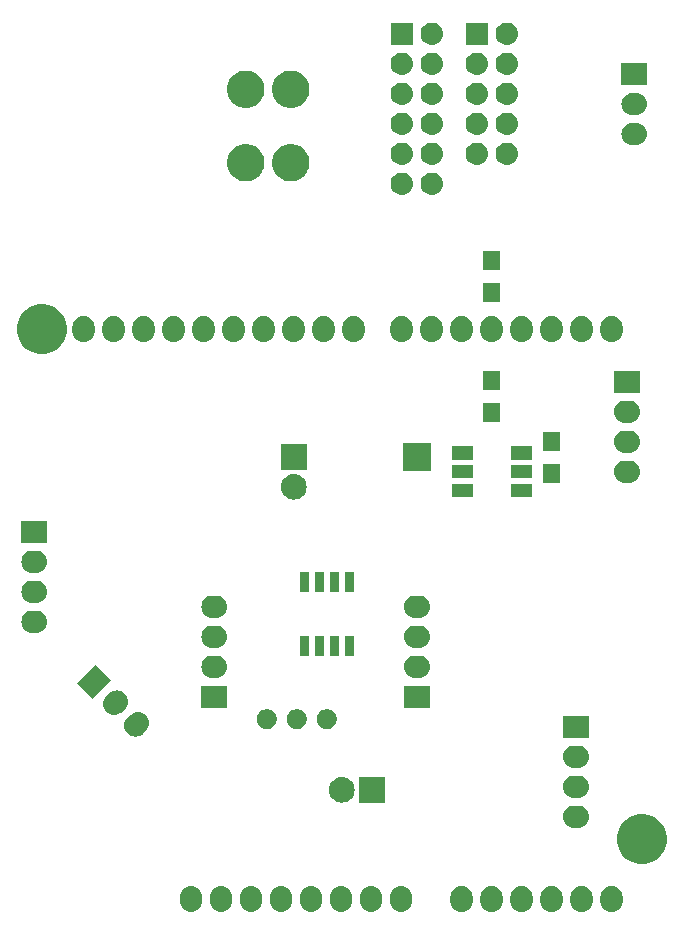
<source format=gts>
G04 #@! TF.GenerationSoftware,KiCad,Pcbnew,5.0.0-rc2*
G04 #@! TF.CreationDate,2018-12-02T13:55:14-05:00*
G04 #@! TF.ProjectId,uno,756E6F2E6B696361645F706362000000,v1.0*
G04 #@! TF.SameCoordinates,Original*
G04 #@! TF.FileFunction,Soldermask,Top*
G04 #@! TF.FilePolarity,Negative*
%FSLAX46Y46*%
G04 Gerber Fmt 4.6, Leading zero omitted, Abs format (unit mm)*
G04 Created by KiCad (PCBNEW 5.0.0-rc2) date Sun Dec  2 13:55:14 2018*
%MOMM*%
%LPD*%
G01*
G04 APERTURE LIST*
%ADD10C,0.100000*%
G04 APERTURE END LIST*
D10*
G36*
X48393427Y-107506397D02*
X48393429Y-107506398D01*
X48393432Y-107506398D01*
X48570585Y-107560137D01*
X48723310Y-107641771D01*
X48733852Y-107647405D01*
X48876953Y-107764846D01*
X48994394Y-107907947D01*
X48994395Y-107907949D01*
X49081662Y-108071214D01*
X49135401Y-108248367D01*
X49135401Y-108248368D01*
X49135402Y-108248372D01*
X49148999Y-108386427D01*
X49149000Y-108783573D01*
X49135403Y-108921627D01*
X49135402Y-108921629D01*
X49135402Y-108921632D01*
X49081663Y-109098785D01*
X49000029Y-109251510D01*
X48994395Y-109262052D01*
X48876954Y-109405153D01*
X48733853Y-109522594D01*
X48733851Y-109522595D01*
X48570586Y-109609862D01*
X48393433Y-109663601D01*
X48393430Y-109663601D01*
X48393428Y-109663602D01*
X48209200Y-109681748D01*
X48024973Y-109663603D01*
X48024971Y-109663602D01*
X48024968Y-109663602D01*
X47847815Y-109609863D01*
X47684550Y-109522596D01*
X47684548Y-109522595D01*
X47541447Y-109405154D01*
X47424006Y-109262053D01*
X47418371Y-109251511D01*
X47336738Y-109098786D01*
X47282999Y-108921633D01*
X47282999Y-108921630D01*
X47282998Y-108921628D01*
X47269401Y-108783573D01*
X47269400Y-108386427D01*
X47282997Y-108248373D01*
X47282998Y-108248371D01*
X47282998Y-108248368D01*
X47336737Y-108071215D01*
X47424004Y-107907950D01*
X47424005Y-107907948D01*
X47541446Y-107764847D01*
X47684547Y-107647406D01*
X47695089Y-107641772D01*
X47847814Y-107560138D01*
X48024967Y-107506399D01*
X48024970Y-107506399D01*
X48024972Y-107506398D01*
X48209200Y-107488252D01*
X48393427Y-107506397D01*
X48393427Y-107506397D01*
G37*
G36*
X50933427Y-107506397D02*
X50933429Y-107506398D01*
X50933432Y-107506398D01*
X51110585Y-107560137D01*
X51263310Y-107641771D01*
X51273852Y-107647405D01*
X51416953Y-107764846D01*
X51534394Y-107907947D01*
X51534395Y-107907949D01*
X51621662Y-108071214D01*
X51675401Y-108248367D01*
X51675401Y-108248368D01*
X51675402Y-108248372D01*
X51688999Y-108386427D01*
X51689000Y-108783573D01*
X51675403Y-108921627D01*
X51675402Y-108921629D01*
X51675402Y-108921632D01*
X51621663Y-109098785D01*
X51540029Y-109251510D01*
X51534395Y-109262052D01*
X51416954Y-109405153D01*
X51273853Y-109522594D01*
X51273851Y-109522595D01*
X51110586Y-109609862D01*
X50933433Y-109663601D01*
X50933430Y-109663601D01*
X50933428Y-109663602D01*
X50749200Y-109681748D01*
X50564973Y-109663603D01*
X50564971Y-109663602D01*
X50564968Y-109663602D01*
X50387815Y-109609863D01*
X50224550Y-109522596D01*
X50224548Y-109522595D01*
X50081447Y-109405154D01*
X49964006Y-109262053D01*
X49958371Y-109251511D01*
X49876738Y-109098786D01*
X49822999Y-108921633D01*
X49822999Y-108921630D01*
X49822998Y-108921628D01*
X49809401Y-108783573D01*
X49809400Y-108386427D01*
X49822997Y-108248373D01*
X49822998Y-108248371D01*
X49822998Y-108248368D01*
X49876737Y-108071215D01*
X49964004Y-107907950D01*
X49964005Y-107907948D01*
X50081446Y-107764847D01*
X50224547Y-107647406D01*
X50235089Y-107641772D01*
X50387814Y-107560138D01*
X50564967Y-107506399D01*
X50564970Y-107506399D01*
X50564972Y-107506398D01*
X50749200Y-107488252D01*
X50933427Y-107506397D01*
X50933427Y-107506397D01*
G37*
G36*
X66173427Y-107506397D02*
X66173429Y-107506398D01*
X66173432Y-107506398D01*
X66350585Y-107560137D01*
X66503310Y-107641771D01*
X66513852Y-107647405D01*
X66656953Y-107764846D01*
X66774394Y-107907947D01*
X66774395Y-107907949D01*
X66861662Y-108071214D01*
X66915401Y-108248367D01*
X66915401Y-108248368D01*
X66915402Y-108248372D01*
X66928999Y-108386427D01*
X66929000Y-108783573D01*
X66915403Y-108921627D01*
X66915402Y-108921629D01*
X66915402Y-108921632D01*
X66861663Y-109098785D01*
X66780029Y-109251510D01*
X66774395Y-109262052D01*
X66656954Y-109405153D01*
X66513853Y-109522594D01*
X66513851Y-109522595D01*
X66350586Y-109609862D01*
X66173433Y-109663601D01*
X66173430Y-109663601D01*
X66173428Y-109663602D01*
X65989200Y-109681748D01*
X65804973Y-109663603D01*
X65804971Y-109663602D01*
X65804968Y-109663602D01*
X65627815Y-109609863D01*
X65464550Y-109522596D01*
X65464548Y-109522595D01*
X65321447Y-109405154D01*
X65204006Y-109262053D01*
X65198371Y-109251511D01*
X65116738Y-109098786D01*
X65062999Y-108921633D01*
X65062999Y-108921630D01*
X65062998Y-108921628D01*
X65049401Y-108783573D01*
X65049400Y-108386427D01*
X65062997Y-108248373D01*
X65062998Y-108248371D01*
X65062998Y-108248368D01*
X65116737Y-108071215D01*
X65204004Y-107907950D01*
X65204005Y-107907948D01*
X65321446Y-107764847D01*
X65464547Y-107647406D01*
X65475089Y-107641772D01*
X65627814Y-107560138D01*
X65804967Y-107506399D01*
X65804970Y-107506399D01*
X65804972Y-107506398D01*
X65989200Y-107488252D01*
X66173427Y-107506397D01*
X66173427Y-107506397D01*
G37*
G36*
X53473427Y-107506397D02*
X53473429Y-107506398D01*
X53473432Y-107506398D01*
X53650585Y-107560137D01*
X53803310Y-107641771D01*
X53813852Y-107647405D01*
X53956953Y-107764846D01*
X54074394Y-107907947D01*
X54074395Y-107907949D01*
X54161662Y-108071214D01*
X54215401Y-108248367D01*
X54215401Y-108248368D01*
X54215402Y-108248372D01*
X54228999Y-108386427D01*
X54229000Y-108783573D01*
X54215403Y-108921627D01*
X54215402Y-108921629D01*
X54215402Y-108921632D01*
X54161663Y-109098785D01*
X54080029Y-109251510D01*
X54074395Y-109262052D01*
X53956954Y-109405153D01*
X53813853Y-109522594D01*
X53813851Y-109522595D01*
X53650586Y-109609862D01*
X53473433Y-109663601D01*
X53473430Y-109663601D01*
X53473428Y-109663602D01*
X53289200Y-109681748D01*
X53104973Y-109663603D01*
X53104971Y-109663602D01*
X53104968Y-109663602D01*
X52927815Y-109609863D01*
X52764550Y-109522596D01*
X52764548Y-109522595D01*
X52621447Y-109405154D01*
X52504006Y-109262053D01*
X52498371Y-109251511D01*
X52416738Y-109098786D01*
X52362999Y-108921633D01*
X52362999Y-108921630D01*
X52362998Y-108921628D01*
X52349401Y-108783573D01*
X52349400Y-108386427D01*
X52362997Y-108248373D01*
X52362998Y-108248371D01*
X52362998Y-108248368D01*
X52416737Y-108071215D01*
X52504004Y-107907950D01*
X52504005Y-107907948D01*
X52621446Y-107764847D01*
X52764547Y-107647406D01*
X52775089Y-107641772D01*
X52927814Y-107560138D01*
X53104967Y-107506399D01*
X53104970Y-107506399D01*
X53104972Y-107506398D01*
X53289200Y-107488252D01*
X53473427Y-107506397D01*
X53473427Y-107506397D01*
G37*
G36*
X56013427Y-107506397D02*
X56013429Y-107506398D01*
X56013432Y-107506398D01*
X56190585Y-107560137D01*
X56343310Y-107641771D01*
X56353852Y-107647405D01*
X56496953Y-107764846D01*
X56614394Y-107907947D01*
X56614395Y-107907949D01*
X56701662Y-108071214D01*
X56755401Y-108248367D01*
X56755401Y-108248368D01*
X56755402Y-108248372D01*
X56768999Y-108386427D01*
X56769000Y-108783573D01*
X56755403Y-108921627D01*
X56755402Y-108921629D01*
X56755402Y-108921632D01*
X56701663Y-109098785D01*
X56620029Y-109251510D01*
X56614395Y-109262052D01*
X56496954Y-109405153D01*
X56353853Y-109522594D01*
X56353851Y-109522595D01*
X56190586Y-109609862D01*
X56013433Y-109663601D01*
X56013430Y-109663601D01*
X56013428Y-109663602D01*
X55829200Y-109681748D01*
X55644973Y-109663603D01*
X55644971Y-109663602D01*
X55644968Y-109663602D01*
X55467815Y-109609863D01*
X55304550Y-109522596D01*
X55304548Y-109522595D01*
X55161447Y-109405154D01*
X55044006Y-109262053D01*
X55038371Y-109251511D01*
X54956738Y-109098786D01*
X54902999Y-108921633D01*
X54902999Y-108921630D01*
X54902998Y-108921628D01*
X54889401Y-108783573D01*
X54889400Y-108386427D01*
X54902997Y-108248373D01*
X54902998Y-108248371D01*
X54902998Y-108248368D01*
X54956737Y-108071215D01*
X55044004Y-107907950D01*
X55044005Y-107907948D01*
X55161446Y-107764847D01*
X55304547Y-107647406D01*
X55315089Y-107641772D01*
X55467814Y-107560138D01*
X55644967Y-107506399D01*
X55644970Y-107506399D01*
X55644972Y-107506398D01*
X55829200Y-107488252D01*
X56013427Y-107506397D01*
X56013427Y-107506397D01*
G37*
G36*
X58553427Y-107506397D02*
X58553429Y-107506398D01*
X58553432Y-107506398D01*
X58730585Y-107560137D01*
X58883310Y-107641771D01*
X58893852Y-107647405D01*
X59036953Y-107764846D01*
X59154394Y-107907947D01*
X59154395Y-107907949D01*
X59241662Y-108071214D01*
X59295401Y-108248367D01*
X59295401Y-108248368D01*
X59295402Y-108248372D01*
X59308999Y-108386427D01*
X59309000Y-108783573D01*
X59295403Y-108921627D01*
X59295402Y-108921629D01*
X59295402Y-108921632D01*
X59241663Y-109098785D01*
X59160029Y-109251510D01*
X59154395Y-109262052D01*
X59036954Y-109405153D01*
X58893853Y-109522594D01*
X58893851Y-109522595D01*
X58730586Y-109609862D01*
X58553433Y-109663601D01*
X58553430Y-109663601D01*
X58553428Y-109663602D01*
X58369200Y-109681748D01*
X58184973Y-109663603D01*
X58184971Y-109663602D01*
X58184968Y-109663602D01*
X58007815Y-109609863D01*
X57844550Y-109522596D01*
X57844548Y-109522595D01*
X57701447Y-109405154D01*
X57584006Y-109262053D01*
X57578371Y-109251511D01*
X57496738Y-109098786D01*
X57442999Y-108921633D01*
X57442999Y-108921630D01*
X57442998Y-108921628D01*
X57429401Y-108783573D01*
X57429400Y-108386427D01*
X57442997Y-108248373D01*
X57442998Y-108248371D01*
X57442998Y-108248368D01*
X57496737Y-108071215D01*
X57584004Y-107907950D01*
X57584005Y-107907948D01*
X57701446Y-107764847D01*
X57844547Y-107647406D01*
X57855089Y-107641772D01*
X58007814Y-107560138D01*
X58184967Y-107506399D01*
X58184970Y-107506399D01*
X58184972Y-107506398D01*
X58369200Y-107488252D01*
X58553427Y-107506397D01*
X58553427Y-107506397D01*
G37*
G36*
X61093427Y-107506397D02*
X61093429Y-107506398D01*
X61093432Y-107506398D01*
X61270585Y-107560137D01*
X61423310Y-107641771D01*
X61433852Y-107647405D01*
X61576953Y-107764846D01*
X61694394Y-107907947D01*
X61694395Y-107907949D01*
X61781662Y-108071214D01*
X61835401Y-108248367D01*
X61835401Y-108248368D01*
X61835402Y-108248372D01*
X61848999Y-108386427D01*
X61849000Y-108783573D01*
X61835403Y-108921627D01*
X61835402Y-108921629D01*
X61835402Y-108921632D01*
X61781663Y-109098785D01*
X61700029Y-109251510D01*
X61694395Y-109262052D01*
X61576954Y-109405153D01*
X61433853Y-109522594D01*
X61433851Y-109522595D01*
X61270586Y-109609862D01*
X61093433Y-109663601D01*
X61093430Y-109663601D01*
X61093428Y-109663602D01*
X60909200Y-109681748D01*
X60724973Y-109663603D01*
X60724971Y-109663602D01*
X60724968Y-109663602D01*
X60547815Y-109609863D01*
X60384550Y-109522596D01*
X60384548Y-109522595D01*
X60241447Y-109405154D01*
X60124006Y-109262053D01*
X60118371Y-109251511D01*
X60036738Y-109098786D01*
X59982999Y-108921633D01*
X59982999Y-108921630D01*
X59982998Y-108921628D01*
X59969401Y-108783573D01*
X59969400Y-108386427D01*
X59982997Y-108248373D01*
X59982998Y-108248371D01*
X59982998Y-108248368D01*
X60036737Y-108071215D01*
X60124004Y-107907950D01*
X60124005Y-107907948D01*
X60241446Y-107764847D01*
X60384547Y-107647406D01*
X60395089Y-107641772D01*
X60547814Y-107560138D01*
X60724967Y-107506399D01*
X60724970Y-107506399D01*
X60724972Y-107506398D01*
X60909200Y-107488252D01*
X61093427Y-107506397D01*
X61093427Y-107506397D01*
G37*
G36*
X63633427Y-107506397D02*
X63633429Y-107506398D01*
X63633432Y-107506398D01*
X63810585Y-107560137D01*
X63963310Y-107641771D01*
X63973852Y-107647405D01*
X64116953Y-107764846D01*
X64234394Y-107907947D01*
X64234395Y-107907949D01*
X64321662Y-108071214D01*
X64375401Y-108248367D01*
X64375401Y-108248368D01*
X64375402Y-108248372D01*
X64388999Y-108386427D01*
X64389000Y-108783573D01*
X64375403Y-108921627D01*
X64375402Y-108921629D01*
X64375402Y-108921632D01*
X64321663Y-109098785D01*
X64240029Y-109251510D01*
X64234395Y-109262052D01*
X64116954Y-109405153D01*
X63973853Y-109522594D01*
X63973851Y-109522595D01*
X63810586Y-109609862D01*
X63633433Y-109663601D01*
X63633430Y-109663601D01*
X63633428Y-109663602D01*
X63449200Y-109681748D01*
X63264973Y-109663603D01*
X63264971Y-109663602D01*
X63264968Y-109663602D01*
X63087815Y-109609863D01*
X62924550Y-109522596D01*
X62924548Y-109522595D01*
X62781447Y-109405154D01*
X62664006Y-109262053D01*
X62658371Y-109251511D01*
X62576738Y-109098786D01*
X62522999Y-108921633D01*
X62522999Y-108921630D01*
X62522998Y-108921628D01*
X62509401Y-108783573D01*
X62509400Y-108386427D01*
X62522997Y-108248373D01*
X62522998Y-108248371D01*
X62522998Y-108248368D01*
X62576737Y-108071215D01*
X62664004Y-107907950D01*
X62664005Y-107907948D01*
X62781446Y-107764847D01*
X62924547Y-107647406D01*
X62935089Y-107641772D01*
X63087814Y-107560138D01*
X63264967Y-107506399D01*
X63264970Y-107506399D01*
X63264972Y-107506398D01*
X63449200Y-107488252D01*
X63633427Y-107506397D01*
X63633427Y-107506397D01*
G37*
G36*
X73818827Y-107506397D02*
X73818829Y-107506398D01*
X73818832Y-107506398D01*
X73995985Y-107560137D01*
X74148710Y-107641771D01*
X74159252Y-107647405D01*
X74302353Y-107764846D01*
X74419794Y-107907947D01*
X74419795Y-107907949D01*
X74507062Y-108071214D01*
X74560801Y-108248367D01*
X74560801Y-108248368D01*
X74560802Y-108248372D01*
X74574399Y-108386427D01*
X74574400Y-108783573D01*
X74560803Y-108921627D01*
X74560802Y-108921629D01*
X74560802Y-108921632D01*
X74507063Y-109098785D01*
X74425429Y-109251510D01*
X74419795Y-109262052D01*
X74302354Y-109405153D01*
X74159253Y-109522594D01*
X74159251Y-109522595D01*
X73995986Y-109609862D01*
X73818833Y-109663601D01*
X73818830Y-109663601D01*
X73818828Y-109663602D01*
X73634600Y-109681748D01*
X73450373Y-109663603D01*
X73450371Y-109663602D01*
X73450368Y-109663602D01*
X73273215Y-109609863D01*
X73109950Y-109522596D01*
X73109948Y-109522595D01*
X72966847Y-109405154D01*
X72849406Y-109262053D01*
X72843771Y-109251511D01*
X72762138Y-109098786D01*
X72708399Y-108921633D01*
X72708399Y-108921630D01*
X72708398Y-108921628D01*
X72694801Y-108783573D01*
X72694800Y-108386427D01*
X72708397Y-108248373D01*
X72708398Y-108248371D01*
X72708398Y-108248368D01*
X72762137Y-108071215D01*
X72849404Y-107907950D01*
X72849405Y-107907948D01*
X72966846Y-107764847D01*
X73109947Y-107647406D01*
X73120489Y-107641771D01*
X73273214Y-107560138D01*
X73450367Y-107506399D01*
X73450370Y-107506399D01*
X73450372Y-107506398D01*
X73634600Y-107488252D01*
X73818827Y-107506397D01*
X73818827Y-107506397D01*
G37*
G36*
X71278827Y-107506397D02*
X71278829Y-107506398D01*
X71278832Y-107506398D01*
X71455985Y-107560137D01*
X71608710Y-107641771D01*
X71619252Y-107647405D01*
X71762353Y-107764846D01*
X71879794Y-107907947D01*
X71879795Y-107907949D01*
X71967062Y-108071214D01*
X72020801Y-108248367D01*
X72020801Y-108248368D01*
X72020802Y-108248372D01*
X72034399Y-108386427D01*
X72034400Y-108783573D01*
X72020803Y-108921627D01*
X72020802Y-108921629D01*
X72020802Y-108921632D01*
X71967063Y-109098785D01*
X71885429Y-109251510D01*
X71879795Y-109262052D01*
X71762354Y-109405153D01*
X71619253Y-109522594D01*
X71619251Y-109522595D01*
X71455986Y-109609862D01*
X71278833Y-109663601D01*
X71278830Y-109663601D01*
X71278828Y-109663602D01*
X71094600Y-109681748D01*
X70910373Y-109663603D01*
X70910371Y-109663602D01*
X70910368Y-109663602D01*
X70733215Y-109609863D01*
X70569950Y-109522596D01*
X70569948Y-109522595D01*
X70426847Y-109405154D01*
X70309406Y-109262053D01*
X70303771Y-109251511D01*
X70222138Y-109098786D01*
X70168399Y-108921633D01*
X70168399Y-108921630D01*
X70168398Y-108921628D01*
X70154801Y-108783573D01*
X70154800Y-108386427D01*
X70168397Y-108248373D01*
X70168398Y-108248371D01*
X70168398Y-108248368D01*
X70222137Y-108071215D01*
X70309404Y-107907950D01*
X70309405Y-107907948D01*
X70426846Y-107764847D01*
X70569947Y-107647406D01*
X70580489Y-107641771D01*
X70733214Y-107560138D01*
X70910367Y-107506399D01*
X70910370Y-107506399D01*
X70910372Y-107506398D01*
X71094600Y-107488252D01*
X71278827Y-107506397D01*
X71278827Y-107506397D01*
G37*
G36*
X83978827Y-107506397D02*
X83978829Y-107506398D01*
X83978832Y-107506398D01*
X84155985Y-107560137D01*
X84308710Y-107641771D01*
X84319252Y-107647405D01*
X84462353Y-107764846D01*
X84579794Y-107907947D01*
X84579795Y-107907949D01*
X84667062Y-108071214D01*
X84720801Y-108248367D01*
X84720801Y-108248368D01*
X84720802Y-108248372D01*
X84734399Y-108386427D01*
X84734400Y-108783573D01*
X84720803Y-108921627D01*
X84720802Y-108921629D01*
X84720802Y-108921632D01*
X84667063Y-109098785D01*
X84585429Y-109251510D01*
X84579795Y-109262052D01*
X84462354Y-109405153D01*
X84319253Y-109522594D01*
X84319251Y-109522595D01*
X84155986Y-109609862D01*
X83978833Y-109663601D01*
X83978830Y-109663601D01*
X83978828Y-109663602D01*
X83794600Y-109681748D01*
X83610373Y-109663603D01*
X83610371Y-109663602D01*
X83610368Y-109663602D01*
X83433215Y-109609863D01*
X83269950Y-109522596D01*
X83269948Y-109522595D01*
X83126847Y-109405154D01*
X83009406Y-109262053D01*
X83003771Y-109251511D01*
X82922138Y-109098786D01*
X82868399Y-108921633D01*
X82868399Y-108921630D01*
X82868398Y-108921628D01*
X82854801Y-108783573D01*
X82854800Y-108386427D01*
X82868397Y-108248373D01*
X82868398Y-108248371D01*
X82868398Y-108248368D01*
X82922137Y-108071215D01*
X83009404Y-107907950D01*
X83009405Y-107907948D01*
X83126846Y-107764847D01*
X83269947Y-107647406D01*
X83280489Y-107641771D01*
X83433214Y-107560138D01*
X83610367Y-107506399D01*
X83610370Y-107506399D01*
X83610372Y-107506398D01*
X83794600Y-107488252D01*
X83978827Y-107506397D01*
X83978827Y-107506397D01*
G37*
G36*
X81438827Y-107506397D02*
X81438829Y-107506398D01*
X81438832Y-107506398D01*
X81615985Y-107560137D01*
X81768710Y-107641771D01*
X81779252Y-107647405D01*
X81922353Y-107764846D01*
X82039794Y-107907947D01*
X82039795Y-107907949D01*
X82127062Y-108071214D01*
X82180801Y-108248367D01*
X82180801Y-108248368D01*
X82180802Y-108248372D01*
X82194399Y-108386427D01*
X82194400Y-108783573D01*
X82180803Y-108921627D01*
X82180802Y-108921629D01*
X82180802Y-108921632D01*
X82127063Y-109098785D01*
X82045429Y-109251510D01*
X82039795Y-109262052D01*
X81922354Y-109405153D01*
X81779253Y-109522594D01*
X81779251Y-109522595D01*
X81615986Y-109609862D01*
X81438833Y-109663601D01*
X81438830Y-109663601D01*
X81438828Y-109663602D01*
X81254600Y-109681748D01*
X81070373Y-109663603D01*
X81070371Y-109663602D01*
X81070368Y-109663602D01*
X80893215Y-109609863D01*
X80729950Y-109522596D01*
X80729948Y-109522595D01*
X80586847Y-109405154D01*
X80469406Y-109262053D01*
X80463771Y-109251511D01*
X80382138Y-109098786D01*
X80328399Y-108921633D01*
X80328399Y-108921630D01*
X80328398Y-108921628D01*
X80314801Y-108783573D01*
X80314800Y-108386427D01*
X80328397Y-108248373D01*
X80328398Y-108248371D01*
X80328398Y-108248368D01*
X80382137Y-108071215D01*
X80469404Y-107907950D01*
X80469405Y-107907948D01*
X80586846Y-107764847D01*
X80729947Y-107647406D01*
X80740489Y-107641771D01*
X80893214Y-107560138D01*
X81070367Y-107506399D01*
X81070370Y-107506399D01*
X81070372Y-107506398D01*
X81254600Y-107488252D01*
X81438827Y-107506397D01*
X81438827Y-107506397D01*
G37*
G36*
X76358827Y-107506397D02*
X76358829Y-107506398D01*
X76358832Y-107506398D01*
X76535985Y-107560137D01*
X76688710Y-107641771D01*
X76699252Y-107647405D01*
X76842353Y-107764846D01*
X76959794Y-107907947D01*
X76959795Y-107907949D01*
X77047062Y-108071214D01*
X77100801Y-108248367D01*
X77100801Y-108248368D01*
X77100802Y-108248372D01*
X77114399Y-108386427D01*
X77114400Y-108783573D01*
X77100803Y-108921627D01*
X77100802Y-108921629D01*
X77100802Y-108921632D01*
X77047063Y-109098785D01*
X76965429Y-109251510D01*
X76959795Y-109262052D01*
X76842354Y-109405153D01*
X76699253Y-109522594D01*
X76699251Y-109522595D01*
X76535986Y-109609862D01*
X76358833Y-109663601D01*
X76358830Y-109663601D01*
X76358828Y-109663602D01*
X76174600Y-109681748D01*
X75990373Y-109663603D01*
X75990371Y-109663602D01*
X75990368Y-109663602D01*
X75813215Y-109609863D01*
X75649950Y-109522596D01*
X75649948Y-109522595D01*
X75506847Y-109405154D01*
X75389406Y-109262053D01*
X75383771Y-109251511D01*
X75302138Y-109098786D01*
X75248399Y-108921633D01*
X75248399Y-108921630D01*
X75248398Y-108921628D01*
X75234801Y-108783573D01*
X75234800Y-108386427D01*
X75248397Y-108248373D01*
X75248398Y-108248371D01*
X75248398Y-108248368D01*
X75302137Y-108071215D01*
X75389404Y-107907950D01*
X75389405Y-107907948D01*
X75506846Y-107764847D01*
X75649947Y-107647406D01*
X75660489Y-107641771D01*
X75813214Y-107560138D01*
X75990367Y-107506399D01*
X75990370Y-107506399D01*
X75990372Y-107506398D01*
X76174600Y-107488252D01*
X76358827Y-107506397D01*
X76358827Y-107506397D01*
G37*
G36*
X78898827Y-107506397D02*
X78898829Y-107506398D01*
X78898832Y-107506398D01*
X79075985Y-107560137D01*
X79228710Y-107641771D01*
X79239252Y-107647405D01*
X79382353Y-107764846D01*
X79499794Y-107907947D01*
X79499795Y-107907949D01*
X79587062Y-108071214D01*
X79640801Y-108248367D01*
X79640801Y-108248368D01*
X79640802Y-108248372D01*
X79654399Y-108386427D01*
X79654400Y-108783573D01*
X79640803Y-108921627D01*
X79640802Y-108921629D01*
X79640802Y-108921632D01*
X79587063Y-109098785D01*
X79505429Y-109251510D01*
X79499795Y-109262052D01*
X79382354Y-109405153D01*
X79239253Y-109522594D01*
X79239251Y-109522595D01*
X79075986Y-109609862D01*
X78898833Y-109663601D01*
X78898830Y-109663601D01*
X78898828Y-109663602D01*
X78714600Y-109681748D01*
X78530373Y-109663603D01*
X78530371Y-109663602D01*
X78530368Y-109663602D01*
X78353215Y-109609863D01*
X78189950Y-109522596D01*
X78189948Y-109522595D01*
X78046847Y-109405154D01*
X77929406Y-109262053D01*
X77923771Y-109251511D01*
X77842138Y-109098786D01*
X77788399Y-108921633D01*
X77788399Y-108921630D01*
X77788398Y-108921628D01*
X77774801Y-108783573D01*
X77774800Y-108386427D01*
X77788397Y-108248373D01*
X77788398Y-108248371D01*
X77788398Y-108248368D01*
X77842137Y-108071215D01*
X77929404Y-107907950D01*
X77929405Y-107907948D01*
X78046846Y-107764847D01*
X78189947Y-107647406D01*
X78200489Y-107641771D01*
X78353214Y-107560138D01*
X78530367Y-107506399D01*
X78530370Y-107506399D01*
X78530372Y-107506398D01*
X78714600Y-107488252D01*
X78898827Y-107506397D01*
X78898827Y-107506397D01*
G37*
G36*
X86974939Y-101477817D02*
X87358607Y-101636737D01*
X87703899Y-101867454D01*
X87997546Y-102161101D01*
X88228263Y-102506393D01*
X88387183Y-102890061D01*
X88468200Y-103297360D01*
X88468200Y-103712640D01*
X88387183Y-104119939D01*
X88228263Y-104503607D01*
X87997546Y-104848899D01*
X87703899Y-105142546D01*
X87358607Y-105373263D01*
X86974939Y-105532183D01*
X86567640Y-105613200D01*
X86152360Y-105613200D01*
X85745061Y-105532183D01*
X85361393Y-105373263D01*
X85016101Y-105142546D01*
X84722454Y-104848899D01*
X84491737Y-104503607D01*
X84332817Y-104119939D01*
X84251800Y-103712640D01*
X84251800Y-103297360D01*
X84332817Y-102890061D01*
X84491737Y-102506393D01*
X84722454Y-102161101D01*
X85016101Y-101867454D01*
X85361393Y-101636737D01*
X85745061Y-101477817D01*
X86152360Y-101396800D01*
X86567640Y-101396800D01*
X86974939Y-101477817D01*
X86974939Y-101477817D01*
G37*
G36*
X81108628Y-100673797D02*
X81108630Y-100673798D01*
X81108633Y-100673798D01*
X81285786Y-100727537D01*
X81438511Y-100809170D01*
X81449053Y-100814805D01*
X81592154Y-100932246D01*
X81709595Y-101075347D01*
X81709596Y-101075349D01*
X81796863Y-101238614D01*
X81850602Y-101415767D01*
X81850602Y-101415770D01*
X81850603Y-101415772D01*
X81868748Y-101600000D01*
X81850603Y-101784228D01*
X81850602Y-101784230D01*
X81850602Y-101784233D01*
X81796863Y-101961386D01*
X81715230Y-102114111D01*
X81709595Y-102124653D01*
X81592154Y-102267754D01*
X81449053Y-102385195D01*
X81449051Y-102385196D01*
X81285786Y-102472463D01*
X81108633Y-102526202D01*
X81108630Y-102526202D01*
X81108628Y-102526203D01*
X80970574Y-102539800D01*
X80573426Y-102539800D01*
X80435372Y-102526203D01*
X80435370Y-102526202D01*
X80435367Y-102526202D01*
X80258214Y-102472463D01*
X80094949Y-102385196D01*
X80094947Y-102385195D01*
X79951846Y-102267754D01*
X79834405Y-102124653D01*
X79828771Y-102114111D01*
X79747137Y-101961386D01*
X79693398Y-101784233D01*
X79693398Y-101784230D01*
X79693397Y-101784228D01*
X79675252Y-101600000D01*
X79693397Y-101415772D01*
X79693398Y-101415770D01*
X79693398Y-101415767D01*
X79747137Y-101238614D01*
X79834404Y-101075349D01*
X79834405Y-101075347D01*
X79951846Y-100932246D01*
X80094947Y-100814805D01*
X80105489Y-100809171D01*
X80258214Y-100727537D01*
X80435367Y-100673798D01*
X80435370Y-100673798D01*
X80435372Y-100673797D01*
X80573426Y-100660200D01*
X80970574Y-100660200D01*
X81108628Y-100673797D01*
X81108628Y-100673797D01*
G37*
G36*
X64592200Y-100406200D02*
X62407800Y-100406200D01*
X62407800Y-98221800D01*
X64592200Y-98221800D01*
X64592200Y-100406200D01*
X64592200Y-100406200D01*
G37*
G36*
X61174105Y-98237603D02*
X61174108Y-98237604D01*
X61174109Y-98237604D01*
X61379989Y-98300057D01*
X61548032Y-98389878D01*
X61569731Y-98401476D01*
X61736038Y-98537962D01*
X61872524Y-98704269D01*
X61872525Y-98704271D01*
X61973943Y-98894011D01*
X61973943Y-98894012D01*
X62036397Y-99099895D01*
X62057485Y-99314000D01*
X62036397Y-99528105D01*
X62036396Y-99528108D01*
X62036396Y-99528109D01*
X61973943Y-99733989D01*
X61914502Y-99845195D01*
X61872524Y-99923731D01*
X61736038Y-100090038D01*
X61569731Y-100226524D01*
X61569729Y-100226525D01*
X61379989Y-100327943D01*
X61174109Y-100390396D01*
X61174108Y-100390396D01*
X61174105Y-100390397D01*
X61013654Y-100406200D01*
X60906346Y-100406200D01*
X60745895Y-100390397D01*
X60745892Y-100390396D01*
X60745891Y-100390396D01*
X60540011Y-100327943D01*
X60350271Y-100226525D01*
X60350269Y-100226524D01*
X60183962Y-100090038D01*
X60047476Y-99923731D01*
X60005498Y-99845195D01*
X59946057Y-99733989D01*
X59883604Y-99528109D01*
X59883604Y-99528108D01*
X59883603Y-99528105D01*
X59862515Y-99314000D01*
X59883603Y-99099895D01*
X59946057Y-98894012D01*
X59946057Y-98894011D01*
X60047475Y-98704271D01*
X60047476Y-98704269D01*
X60183962Y-98537962D01*
X60350269Y-98401476D01*
X60371968Y-98389878D01*
X60540011Y-98300057D01*
X60745891Y-98237604D01*
X60745892Y-98237604D01*
X60745895Y-98237603D01*
X60906346Y-98221800D01*
X61013654Y-98221800D01*
X61174105Y-98237603D01*
X61174105Y-98237603D01*
G37*
G36*
X81108628Y-98133797D02*
X81108630Y-98133798D01*
X81108633Y-98133798D01*
X81285786Y-98187537D01*
X81438511Y-98269170D01*
X81449053Y-98274805D01*
X81592154Y-98392246D01*
X81709595Y-98535347D01*
X81709596Y-98535349D01*
X81796863Y-98698614D01*
X81850602Y-98875767D01*
X81850602Y-98875770D01*
X81850603Y-98875772D01*
X81868748Y-99060000D01*
X81850603Y-99244228D01*
X81850602Y-99244230D01*
X81850602Y-99244233D01*
X81796863Y-99421386D01*
X81739820Y-99528105D01*
X81709595Y-99584653D01*
X81592154Y-99727754D01*
X81449053Y-99845195D01*
X81449051Y-99845196D01*
X81285786Y-99932463D01*
X81108633Y-99986202D01*
X81108630Y-99986202D01*
X81108628Y-99986203D01*
X80970574Y-99999800D01*
X80573426Y-99999800D01*
X80435372Y-99986203D01*
X80435370Y-99986202D01*
X80435367Y-99986202D01*
X80258214Y-99932463D01*
X80094949Y-99845196D01*
X80094947Y-99845195D01*
X79951846Y-99727754D01*
X79834405Y-99584653D01*
X79804180Y-99528105D01*
X79747137Y-99421386D01*
X79693398Y-99244233D01*
X79693398Y-99244230D01*
X79693397Y-99244228D01*
X79675252Y-99060000D01*
X79693397Y-98875772D01*
X79693398Y-98875770D01*
X79693398Y-98875767D01*
X79747137Y-98698614D01*
X79834404Y-98535349D01*
X79834405Y-98535347D01*
X79951846Y-98392246D01*
X80094947Y-98274805D01*
X80105489Y-98269170D01*
X80258214Y-98187537D01*
X80435367Y-98133798D01*
X80435370Y-98133798D01*
X80435372Y-98133797D01*
X80573426Y-98120200D01*
X80970574Y-98120200D01*
X81108628Y-98133797D01*
X81108628Y-98133797D01*
G37*
G36*
X81108628Y-95593797D02*
X81108630Y-95593798D01*
X81108633Y-95593798D01*
X81285786Y-95647537D01*
X81438511Y-95729170D01*
X81449053Y-95734805D01*
X81592154Y-95852246D01*
X81709595Y-95995347D01*
X81709596Y-95995349D01*
X81796863Y-96158614D01*
X81850602Y-96335767D01*
X81850602Y-96335770D01*
X81850603Y-96335772D01*
X81868748Y-96520000D01*
X81850603Y-96704228D01*
X81850602Y-96704230D01*
X81850602Y-96704233D01*
X81796863Y-96881386D01*
X81715230Y-97034111D01*
X81709595Y-97044653D01*
X81592154Y-97187754D01*
X81449053Y-97305195D01*
X81449051Y-97305196D01*
X81285786Y-97392463D01*
X81108633Y-97446202D01*
X81108630Y-97446202D01*
X81108628Y-97446203D01*
X80970574Y-97459800D01*
X80573426Y-97459800D01*
X80435372Y-97446203D01*
X80435370Y-97446202D01*
X80435367Y-97446202D01*
X80258214Y-97392463D01*
X80094949Y-97305196D01*
X80094947Y-97305195D01*
X79951846Y-97187754D01*
X79834405Y-97044653D01*
X79828770Y-97034111D01*
X79747137Y-96881386D01*
X79693398Y-96704233D01*
X79693398Y-96704230D01*
X79693397Y-96704228D01*
X79675252Y-96520000D01*
X79693397Y-96335772D01*
X79693398Y-96335770D01*
X79693398Y-96335767D01*
X79747137Y-96158614D01*
X79834404Y-95995349D01*
X79834405Y-95995347D01*
X79951846Y-95852246D01*
X80094947Y-95734805D01*
X80105489Y-95729170D01*
X80258214Y-95647537D01*
X80435367Y-95593798D01*
X80435370Y-95593798D01*
X80435372Y-95593797D01*
X80573426Y-95580200D01*
X80970574Y-95580200D01*
X81108628Y-95593797D01*
X81108628Y-95593797D01*
G37*
G36*
X81864200Y-94919800D02*
X79679800Y-94919800D01*
X79679800Y-93040200D01*
X81864200Y-93040200D01*
X81864200Y-94919800D01*
X81864200Y-94919800D01*
G37*
G36*
X43889097Y-92728137D02*
X43953710Y-92747738D01*
X44066251Y-92781876D01*
X44229516Y-92869143D01*
X44372619Y-92986585D01*
X44490061Y-93129688D01*
X44577328Y-93292953D01*
X44611466Y-93405494D01*
X44631067Y-93470107D01*
X44649212Y-93654339D01*
X44631067Y-93838572D01*
X44618705Y-93879322D01*
X44577328Y-94015724D01*
X44490061Y-94178990D01*
X44490060Y-94178991D01*
X44402051Y-94286230D01*
X44121230Y-94567051D01*
X44026494Y-94644799D01*
X44013990Y-94655061D01*
X43850725Y-94742327D01*
X43673572Y-94796066D01*
X43673569Y-94796066D01*
X43673567Y-94796067D01*
X43489339Y-94814212D01*
X43305111Y-94796067D01*
X43305109Y-94796066D01*
X43305106Y-94796066D01*
X43127953Y-94742327D01*
X42964688Y-94655061D01*
X42821585Y-94537619D01*
X42704143Y-94394516D01*
X42616877Y-94231251D01*
X42563138Y-94054098D01*
X42563138Y-94054095D01*
X42563137Y-94054093D01*
X42544992Y-93869865D01*
X42563137Y-93685637D01*
X42563138Y-93685635D01*
X42563138Y-93685632D01*
X42616877Y-93508479D01*
X42704143Y-93345214D01*
X42747033Y-93292953D01*
X42792153Y-93237974D01*
X43072974Y-92957153D01*
X43180213Y-92869144D01*
X43180212Y-92869144D01*
X43180214Y-92869143D01*
X43343480Y-92781876D01*
X43427885Y-92756272D01*
X43520632Y-92728137D01*
X43704865Y-92709992D01*
X43889097Y-92728137D01*
X43889097Y-92728137D01*
G37*
G36*
X59934494Y-92539011D02*
X60087037Y-92602197D01*
X60224322Y-92693927D01*
X60341073Y-92810678D01*
X60432803Y-92947963D01*
X60495989Y-93100506D01*
X60528200Y-93262444D01*
X60528200Y-93427556D01*
X60495989Y-93589494D01*
X60432803Y-93742037D01*
X60341073Y-93879322D01*
X60224322Y-93996073D01*
X60087037Y-94087803D01*
X59934494Y-94150989D01*
X59772556Y-94183200D01*
X59607444Y-94183200D01*
X59445506Y-94150989D01*
X59292963Y-94087803D01*
X59155678Y-93996073D01*
X59038927Y-93879322D01*
X58947197Y-93742037D01*
X58884011Y-93589494D01*
X58851800Y-93427556D01*
X58851800Y-93262444D01*
X58884011Y-93100506D01*
X58947197Y-92947963D01*
X59038927Y-92810678D01*
X59155678Y-92693927D01*
X59292963Y-92602197D01*
X59445506Y-92539011D01*
X59607444Y-92506800D01*
X59772556Y-92506800D01*
X59934494Y-92539011D01*
X59934494Y-92539011D01*
G37*
G36*
X54854494Y-92539011D02*
X55007037Y-92602197D01*
X55144322Y-92693927D01*
X55261073Y-92810678D01*
X55352803Y-92947963D01*
X55415989Y-93100506D01*
X55448200Y-93262444D01*
X55448200Y-93427556D01*
X55415989Y-93589494D01*
X55352803Y-93742037D01*
X55261073Y-93879322D01*
X55144322Y-93996073D01*
X55007037Y-94087803D01*
X54854494Y-94150989D01*
X54692556Y-94183200D01*
X54527444Y-94183200D01*
X54365506Y-94150989D01*
X54212963Y-94087803D01*
X54075678Y-93996073D01*
X53958927Y-93879322D01*
X53867197Y-93742037D01*
X53804011Y-93589494D01*
X53771800Y-93427556D01*
X53771800Y-93262444D01*
X53804011Y-93100506D01*
X53867197Y-92947963D01*
X53958927Y-92810678D01*
X54075678Y-92693927D01*
X54212963Y-92602197D01*
X54365506Y-92539011D01*
X54527444Y-92506800D01*
X54692556Y-92506800D01*
X54854494Y-92539011D01*
X54854494Y-92539011D01*
G37*
G36*
X57394494Y-92539011D02*
X57547037Y-92602197D01*
X57684322Y-92693927D01*
X57801073Y-92810678D01*
X57892803Y-92947963D01*
X57955989Y-93100506D01*
X57988200Y-93262444D01*
X57988200Y-93427556D01*
X57955989Y-93589494D01*
X57892803Y-93742037D01*
X57801073Y-93879322D01*
X57684322Y-93996073D01*
X57547037Y-94087803D01*
X57394494Y-94150989D01*
X57232556Y-94183200D01*
X57067444Y-94183200D01*
X56905506Y-94150989D01*
X56752963Y-94087803D01*
X56615678Y-93996073D01*
X56498927Y-93879322D01*
X56407197Y-93742037D01*
X56344011Y-93589494D01*
X56311800Y-93427556D01*
X56311800Y-93262444D01*
X56344011Y-93100506D01*
X56407197Y-92947963D01*
X56498927Y-92810678D01*
X56615678Y-92693927D01*
X56752963Y-92602197D01*
X56905506Y-92539011D01*
X57067444Y-92506800D01*
X57232556Y-92506800D01*
X57394494Y-92539011D01*
X57394494Y-92539011D01*
G37*
G36*
X42093046Y-90932086D02*
X42157659Y-90951687D01*
X42270200Y-90985825D01*
X42433465Y-91073092D01*
X42576568Y-91190534D01*
X42694010Y-91333637D01*
X42781277Y-91496902D01*
X42814626Y-91606841D01*
X42835016Y-91674056D01*
X42853161Y-91858288D01*
X42835016Y-92042521D01*
X42806881Y-92135268D01*
X42781277Y-92219673D01*
X42694010Y-92382939D01*
X42694009Y-92382940D01*
X42606000Y-92490179D01*
X42325179Y-92771000D01*
X42276831Y-92810678D01*
X42217939Y-92859010D01*
X42054674Y-92946276D01*
X41877521Y-93000015D01*
X41877518Y-93000015D01*
X41877516Y-93000016D01*
X41693288Y-93018161D01*
X41509060Y-93000016D01*
X41509058Y-93000015D01*
X41509055Y-93000015D01*
X41331902Y-92946276D01*
X41168637Y-92859010D01*
X41025534Y-92741568D01*
X40908092Y-92598465D01*
X40820826Y-92435200D01*
X40767087Y-92258047D01*
X40767087Y-92258044D01*
X40767086Y-92258042D01*
X40748941Y-92073814D01*
X40767086Y-91889586D01*
X40767087Y-91889584D01*
X40767087Y-91889581D01*
X40820826Y-91712428D01*
X40908092Y-91549163D01*
X40950982Y-91496902D01*
X40996102Y-91441923D01*
X41276923Y-91161102D01*
X41384162Y-91073093D01*
X41384161Y-91073093D01*
X41384163Y-91073092D01*
X41547429Y-90985825D01*
X41631834Y-90960221D01*
X41724581Y-90932086D01*
X41908814Y-90913941D01*
X42093046Y-90932086D01*
X42093046Y-90932086D01*
G37*
G36*
X51257200Y-92379800D02*
X49072800Y-92379800D01*
X49072800Y-90500200D01*
X51257200Y-90500200D01*
X51257200Y-92379800D01*
X51257200Y-92379800D01*
G37*
G36*
X68402200Y-92379800D02*
X66217800Y-92379800D01*
X66217800Y-90500200D01*
X68402200Y-90500200D01*
X68402200Y-92379800D01*
X68402200Y-92379800D01*
G37*
G36*
X41441841Y-90062237D02*
X39897237Y-91606841D01*
X38568159Y-90277763D01*
X40112763Y-88733159D01*
X41441841Y-90062237D01*
X41441841Y-90062237D01*
G37*
G36*
X50501628Y-87973797D02*
X50501630Y-87973798D01*
X50501633Y-87973798D01*
X50678786Y-88027537D01*
X50831511Y-88109170D01*
X50842053Y-88114805D01*
X50985154Y-88232246D01*
X51102595Y-88375347D01*
X51102596Y-88375349D01*
X51189863Y-88538614D01*
X51243602Y-88715767D01*
X51243602Y-88715770D01*
X51243603Y-88715772D01*
X51261748Y-88900000D01*
X51243603Y-89084228D01*
X51243602Y-89084230D01*
X51243602Y-89084233D01*
X51189863Y-89261386D01*
X51108229Y-89414111D01*
X51102595Y-89424653D01*
X50985154Y-89567754D01*
X50842053Y-89685195D01*
X50842051Y-89685196D01*
X50678786Y-89772463D01*
X50501633Y-89826202D01*
X50501630Y-89826202D01*
X50501628Y-89826203D01*
X50363574Y-89839800D01*
X49966426Y-89839800D01*
X49828372Y-89826203D01*
X49828370Y-89826202D01*
X49828367Y-89826202D01*
X49651214Y-89772463D01*
X49487949Y-89685196D01*
X49487947Y-89685195D01*
X49344846Y-89567754D01*
X49227405Y-89424653D01*
X49221771Y-89414111D01*
X49140137Y-89261386D01*
X49086398Y-89084233D01*
X49086398Y-89084230D01*
X49086397Y-89084228D01*
X49068252Y-88900000D01*
X49086397Y-88715772D01*
X49086398Y-88715770D01*
X49086398Y-88715767D01*
X49140137Y-88538614D01*
X49227404Y-88375349D01*
X49227405Y-88375347D01*
X49344846Y-88232246D01*
X49487947Y-88114805D01*
X49498489Y-88109170D01*
X49651214Y-88027537D01*
X49828367Y-87973798D01*
X49828370Y-87973798D01*
X49828372Y-87973797D01*
X49966426Y-87960200D01*
X50363574Y-87960200D01*
X50501628Y-87973797D01*
X50501628Y-87973797D01*
G37*
G36*
X67646628Y-87973797D02*
X67646630Y-87973798D01*
X67646633Y-87973798D01*
X67823786Y-88027537D01*
X67976511Y-88109170D01*
X67987053Y-88114805D01*
X68130154Y-88232246D01*
X68247595Y-88375347D01*
X68247596Y-88375349D01*
X68334863Y-88538614D01*
X68388602Y-88715767D01*
X68388602Y-88715770D01*
X68388603Y-88715772D01*
X68406748Y-88900000D01*
X68388603Y-89084228D01*
X68388602Y-89084230D01*
X68388602Y-89084233D01*
X68334863Y-89261386D01*
X68253229Y-89414111D01*
X68247595Y-89424653D01*
X68130154Y-89567754D01*
X67987053Y-89685195D01*
X67987051Y-89685196D01*
X67823786Y-89772463D01*
X67646633Y-89826202D01*
X67646630Y-89826202D01*
X67646628Y-89826203D01*
X67508574Y-89839800D01*
X67111426Y-89839800D01*
X66973372Y-89826203D01*
X66973370Y-89826202D01*
X66973367Y-89826202D01*
X66796214Y-89772463D01*
X66632949Y-89685196D01*
X66632947Y-89685195D01*
X66489846Y-89567754D01*
X66372405Y-89424653D01*
X66366771Y-89414111D01*
X66285137Y-89261386D01*
X66231398Y-89084233D01*
X66231398Y-89084230D01*
X66231397Y-89084228D01*
X66213252Y-88900000D01*
X66231397Y-88715772D01*
X66231398Y-88715770D01*
X66231398Y-88715767D01*
X66285137Y-88538614D01*
X66372404Y-88375349D01*
X66372405Y-88375347D01*
X66489846Y-88232246D01*
X66632947Y-88114805D01*
X66643489Y-88109170D01*
X66796214Y-88027537D01*
X66973367Y-87973798D01*
X66973370Y-87973798D01*
X66973372Y-87973797D01*
X67111426Y-87960200D01*
X67508574Y-87960200D01*
X67646628Y-87973797D01*
X67646628Y-87973797D01*
G37*
G36*
X61971200Y-88006200D02*
X61218800Y-88006200D01*
X61218800Y-86303800D01*
X61971200Y-86303800D01*
X61971200Y-88006200D01*
X61971200Y-88006200D01*
G37*
G36*
X59431200Y-88006200D02*
X58678800Y-88006200D01*
X58678800Y-86303800D01*
X59431200Y-86303800D01*
X59431200Y-88006200D01*
X59431200Y-88006200D01*
G37*
G36*
X58161200Y-88006200D02*
X57408800Y-88006200D01*
X57408800Y-86303800D01*
X58161200Y-86303800D01*
X58161200Y-88006200D01*
X58161200Y-88006200D01*
G37*
G36*
X60701200Y-88006200D02*
X59948800Y-88006200D01*
X59948800Y-86303800D01*
X60701200Y-86303800D01*
X60701200Y-88006200D01*
X60701200Y-88006200D01*
G37*
G36*
X67646628Y-85433797D02*
X67646630Y-85433798D01*
X67646633Y-85433798D01*
X67823786Y-85487537D01*
X67976511Y-85569170D01*
X67987053Y-85574805D01*
X68130154Y-85692246D01*
X68247595Y-85835347D01*
X68247596Y-85835349D01*
X68334863Y-85998614D01*
X68388602Y-86175767D01*
X68388602Y-86175770D01*
X68388603Y-86175772D01*
X68406748Y-86360000D01*
X68388603Y-86544228D01*
X68388602Y-86544230D01*
X68388602Y-86544233D01*
X68334863Y-86721386D01*
X68253229Y-86874111D01*
X68247595Y-86884653D01*
X68130154Y-87027754D01*
X67987053Y-87145195D01*
X67987051Y-87145196D01*
X67823786Y-87232463D01*
X67646633Y-87286202D01*
X67646630Y-87286202D01*
X67646628Y-87286203D01*
X67508574Y-87299800D01*
X67111426Y-87299800D01*
X66973372Y-87286203D01*
X66973370Y-87286202D01*
X66973367Y-87286202D01*
X66796214Y-87232463D01*
X66632949Y-87145196D01*
X66632947Y-87145195D01*
X66489846Y-87027754D01*
X66372405Y-86884653D01*
X66366770Y-86874111D01*
X66285137Y-86721386D01*
X66231398Y-86544233D01*
X66231398Y-86544230D01*
X66231397Y-86544228D01*
X66213252Y-86360000D01*
X66231397Y-86175772D01*
X66231398Y-86175770D01*
X66231398Y-86175767D01*
X66285137Y-85998614D01*
X66372404Y-85835349D01*
X66372405Y-85835347D01*
X66489846Y-85692246D01*
X66632947Y-85574805D01*
X66643489Y-85569170D01*
X66796214Y-85487537D01*
X66973367Y-85433798D01*
X66973370Y-85433798D01*
X66973372Y-85433797D01*
X67111426Y-85420200D01*
X67508574Y-85420200D01*
X67646628Y-85433797D01*
X67646628Y-85433797D01*
G37*
G36*
X50501628Y-85433797D02*
X50501630Y-85433798D01*
X50501633Y-85433798D01*
X50678786Y-85487537D01*
X50831511Y-85569170D01*
X50842053Y-85574805D01*
X50985154Y-85692246D01*
X51102595Y-85835347D01*
X51102596Y-85835349D01*
X51189863Y-85998614D01*
X51243602Y-86175767D01*
X51243602Y-86175770D01*
X51243603Y-86175772D01*
X51261748Y-86360000D01*
X51243603Y-86544228D01*
X51243602Y-86544230D01*
X51243602Y-86544233D01*
X51189863Y-86721386D01*
X51108229Y-86874111D01*
X51102595Y-86884653D01*
X50985154Y-87027754D01*
X50842053Y-87145195D01*
X50842051Y-87145196D01*
X50678786Y-87232463D01*
X50501633Y-87286202D01*
X50501630Y-87286202D01*
X50501628Y-87286203D01*
X50363574Y-87299800D01*
X49966426Y-87299800D01*
X49828372Y-87286203D01*
X49828370Y-87286202D01*
X49828367Y-87286202D01*
X49651214Y-87232463D01*
X49487949Y-87145196D01*
X49487947Y-87145195D01*
X49344846Y-87027754D01*
X49227405Y-86884653D01*
X49221770Y-86874111D01*
X49140137Y-86721386D01*
X49086398Y-86544233D01*
X49086398Y-86544230D01*
X49086397Y-86544228D01*
X49068252Y-86360000D01*
X49086397Y-86175772D01*
X49086398Y-86175770D01*
X49086398Y-86175767D01*
X49140137Y-85998614D01*
X49227404Y-85835349D01*
X49227405Y-85835347D01*
X49344846Y-85692246D01*
X49487947Y-85574805D01*
X49498489Y-85569170D01*
X49651214Y-85487537D01*
X49828367Y-85433798D01*
X49828370Y-85433798D01*
X49828372Y-85433797D01*
X49966426Y-85420200D01*
X50363574Y-85420200D01*
X50501628Y-85433797D01*
X50501628Y-85433797D01*
G37*
G36*
X35261628Y-84163797D02*
X35261630Y-84163798D01*
X35261633Y-84163798D01*
X35438786Y-84217537D01*
X35591511Y-84299171D01*
X35602053Y-84304805D01*
X35745154Y-84422246D01*
X35862595Y-84565347D01*
X35862596Y-84565349D01*
X35949863Y-84728614D01*
X36003602Y-84905767D01*
X36003602Y-84905770D01*
X36003603Y-84905772D01*
X36021748Y-85090000D01*
X36003603Y-85274228D01*
X36003602Y-85274230D01*
X36003602Y-85274233D01*
X35949863Y-85451386D01*
X35883894Y-85574805D01*
X35862595Y-85614653D01*
X35745154Y-85757754D01*
X35602053Y-85875195D01*
X35602051Y-85875196D01*
X35438786Y-85962463D01*
X35261633Y-86016202D01*
X35261630Y-86016202D01*
X35261628Y-86016203D01*
X35123574Y-86029800D01*
X34726426Y-86029800D01*
X34588372Y-86016203D01*
X34588370Y-86016202D01*
X34588367Y-86016202D01*
X34411214Y-85962463D01*
X34247949Y-85875196D01*
X34247947Y-85875195D01*
X34104846Y-85757754D01*
X33987405Y-85614653D01*
X33966106Y-85574805D01*
X33900137Y-85451386D01*
X33846398Y-85274233D01*
X33846398Y-85274230D01*
X33846397Y-85274228D01*
X33828252Y-85090000D01*
X33846397Y-84905772D01*
X33846398Y-84905770D01*
X33846398Y-84905767D01*
X33900137Y-84728614D01*
X33987404Y-84565349D01*
X33987405Y-84565347D01*
X34104846Y-84422246D01*
X34247947Y-84304805D01*
X34258489Y-84299171D01*
X34411214Y-84217537D01*
X34588367Y-84163798D01*
X34588370Y-84163798D01*
X34588372Y-84163797D01*
X34726426Y-84150200D01*
X35123574Y-84150200D01*
X35261628Y-84163797D01*
X35261628Y-84163797D01*
G37*
G36*
X67646628Y-82893797D02*
X67646630Y-82893798D01*
X67646633Y-82893798D01*
X67823786Y-82947537D01*
X67976511Y-83029171D01*
X67987053Y-83034805D01*
X68130154Y-83152246D01*
X68247595Y-83295347D01*
X68247596Y-83295349D01*
X68334863Y-83458614D01*
X68388602Y-83635767D01*
X68388602Y-83635770D01*
X68388603Y-83635772D01*
X68406748Y-83820000D01*
X68388603Y-84004228D01*
X68388602Y-84004230D01*
X68388602Y-84004233D01*
X68334863Y-84181386D01*
X68268894Y-84304805D01*
X68247595Y-84344653D01*
X68130154Y-84487754D01*
X67987053Y-84605195D01*
X67987051Y-84605196D01*
X67823786Y-84692463D01*
X67646633Y-84746202D01*
X67646630Y-84746202D01*
X67646628Y-84746203D01*
X67508574Y-84759800D01*
X67111426Y-84759800D01*
X66973372Y-84746203D01*
X66973370Y-84746202D01*
X66973367Y-84746202D01*
X66796214Y-84692463D01*
X66632949Y-84605196D01*
X66632947Y-84605195D01*
X66489846Y-84487754D01*
X66372405Y-84344653D01*
X66351106Y-84304805D01*
X66285137Y-84181386D01*
X66231398Y-84004233D01*
X66231398Y-84004230D01*
X66231397Y-84004228D01*
X66213252Y-83820000D01*
X66231397Y-83635772D01*
X66231398Y-83635770D01*
X66231398Y-83635767D01*
X66285137Y-83458614D01*
X66372404Y-83295349D01*
X66372405Y-83295347D01*
X66489846Y-83152246D01*
X66632947Y-83034805D01*
X66643489Y-83029171D01*
X66796214Y-82947537D01*
X66973367Y-82893798D01*
X66973370Y-82893798D01*
X66973372Y-82893797D01*
X67111426Y-82880200D01*
X67508574Y-82880200D01*
X67646628Y-82893797D01*
X67646628Y-82893797D01*
G37*
G36*
X50501628Y-82893797D02*
X50501630Y-82893798D01*
X50501633Y-82893798D01*
X50678786Y-82947537D01*
X50831511Y-83029171D01*
X50842053Y-83034805D01*
X50985154Y-83152246D01*
X51102595Y-83295347D01*
X51102596Y-83295349D01*
X51189863Y-83458614D01*
X51243602Y-83635767D01*
X51243602Y-83635770D01*
X51243603Y-83635772D01*
X51261748Y-83820000D01*
X51243603Y-84004228D01*
X51243602Y-84004230D01*
X51243602Y-84004233D01*
X51189863Y-84181386D01*
X51123894Y-84304805D01*
X51102595Y-84344653D01*
X50985154Y-84487754D01*
X50842053Y-84605195D01*
X50842051Y-84605196D01*
X50678786Y-84692463D01*
X50501633Y-84746202D01*
X50501630Y-84746202D01*
X50501628Y-84746203D01*
X50363574Y-84759800D01*
X49966426Y-84759800D01*
X49828372Y-84746203D01*
X49828370Y-84746202D01*
X49828367Y-84746202D01*
X49651214Y-84692463D01*
X49487949Y-84605196D01*
X49487947Y-84605195D01*
X49344846Y-84487754D01*
X49227405Y-84344653D01*
X49206106Y-84304805D01*
X49140137Y-84181386D01*
X49086398Y-84004233D01*
X49086398Y-84004230D01*
X49086397Y-84004228D01*
X49068252Y-83820000D01*
X49086397Y-83635772D01*
X49086398Y-83635770D01*
X49086398Y-83635767D01*
X49140137Y-83458614D01*
X49227404Y-83295349D01*
X49227405Y-83295347D01*
X49344846Y-83152246D01*
X49487947Y-83034805D01*
X49498489Y-83029171D01*
X49651214Y-82947537D01*
X49828367Y-82893798D01*
X49828370Y-82893798D01*
X49828372Y-82893797D01*
X49966426Y-82880200D01*
X50363574Y-82880200D01*
X50501628Y-82893797D01*
X50501628Y-82893797D01*
G37*
G36*
X35261628Y-81623797D02*
X35261630Y-81623798D01*
X35261633Y-81623798D01*
X35438786Y-81677537D01*
X35591511Y-81759171D01*
X35602053Y-81764805D01*
X35745154Y-81882246D01*
X35862595Y-82025347D01*
X35862596Y-82025349D01*
X35949863Y-82188614D01*
X36003602Y-82365767D01*
X36003602Y-82365770D01*
X36003603Y-82365772D01*
X36021748Y-82550000D01*
X36003603Y-82734228D01*
X36003602Y-82734230D01*
X36003602Y-82734233D01*
X35949863Y-82911386D01*
X35883894Y-83034805D01*
X35862595Y-83074653D01*
X35745154Y-83217754D01*
X35602053Y-83335195D01*
X35602051Y-83335196D01*
X35438786Y-83422463D01*
X35261633Y-83476202D01*
X35261630Y-83476202D01*
X35261628Y-83476203D01*
X35123574Y-83489800D01*
X34726426Y-83489800D01*
X34588372Y-83476203D01*
X34588370Y-83476202D01*
X34588367Y-83476202D01*
X34411214Y-83422463D01*
X34247949Y-83335196D01*
X34247947Y-83335195D01*
X34104846Y-83217754D01*
X33987405Y-83074653D01*
X33966106Y-83034805D01*
X33900137Y-82911386D01*
X33846398Y-82734233D01*
X33846398Y-82734230D01*
X33846397Y-82734228D01*
X33828252Y-82550000D01*
X33846397Y-82365772D01*
X33846398Y-82365770D01*
X33846398Y-82365767D01*
X33900137Y-82188614D01*
X33987404Y-82025349D01*
X33987405Y-82025347D01*
X34104846Y-81882246D01*
X34247947Y-81764805D01*
X34258489Y-81759171D01*
X34411214Y-81677537D01*
X34588367Y-81623798D01*
X34588370Y-81623798D01*
X34588372Y-81623797D01*
X34726426Y-81610200D01*
X35123574Y-81610200D01*
X35261628Y-81623797D01*
X35261628Y-81623797D01*
G37*
G36*
X58161200Y-82606200D02*
X57408800Y-82606200D01*
X57408800Y-80903800D01*
X58161200Y-80903800D01*
X58161200Y-82606200D01*
X58161200Y-82606200D01*
G37*
G36*
X61971200Y-82606200D02*
X61218800Y-82606200D01*
X61218800Y-80903800D01*
X61971200Y-80903800D01*
X61971200Y-82606200D01*
X61971200Y-82606200D01*
G37*
G36*
X60701200Y-82606200D02*
X59948800Y-82606200D01*
X59948800Y-80903800D01*
X60701200Y-80903800D01*
X60701200Y-82606200D01*
X60701200Y-82606200D01*
G37*
G36*
X59431200Y-82606200D02*
X58678800Y-82606200D01*
X58678800Y-80903800D01*
X59431200Y-80903800D01*
X59431200Y-82606200D01*
X59431200Y-82606200D01*
G37*
G36*
X35261628Y-79083797D02*
X35261630Y-79083798D01*
X35261633Y-79083798D01*
X35438786Y-79137537D01*
X35591511Y-79219171D01*
X35602053Y-79224805D01*
X35745154Y-79342246D01*
X35862595Y-79485347D01*
X35862596Y-79485349D01*
X35949863Y-79648614D01*
X36003602Y-79825767D01*
X36003602Y-79825770D01*
X36003603Y-79825772D01*
X36021748Y-80010000D01*
X36003603Y-80194228D01*
X36003602Y-80194230D01*
X36003602Y-80194233D01*
X35949863Y-80371386D01*
X35868230Y-80524111D01*
X35862595Y-80534653D01*
X35745154Y-80677754D01*
X35602053Y-80795195D01*
X35602051Y-80795196D01*
X35438786Y-80882463D01*
X35261633Y-80936202D01*
X35261630Y-80936202D01*
X35261628Y-80936203D01*
X35123574Y-80949800D01*
X34726426Y-80949800D01*
X34588372Y-80936203D01*
X34588370Y-80936202D01*
X34588367Y-80936202D01*
X34411214Y-80882463D01*
X34247949Y-80795196D01*
X34247947Y-80795195D01*
X34104846Y-80677754D01*
X33987405Y-80534653D01*
X33981771Y-80524111D01*
X33900137Y-80371386D01*
X33846398Y-80194233D01*
X33846398Y-80194230D01*
X33846397Y-80194228D01*
X33828252Y-80010000D01*
X33846397Y-79825772D01*
X33846398Y-79825770D01*
X33846398Y-79825767D01*
X33900137Y-79648614D01*
X33987404Y-79485349D01*
X33987405Y-79485347D01*
X34104846Y-79342246D01*
X34247947Y-79224805D01*
X34258489Y-79219171D01*
X34411214Y-79137537D01*
X34588367Y-79083798D01*
X34588370Y-79083798D01*
X34588372Y-79083797D01*
X34726426Y-79070200D01*
X35123574Y-79070200D01*
X35261628Y-79083797D01*
X35261628Y-79083797D01*
G37*
G36*
X36017200Y-78409800D02*
X33832800Y-78409800D01*
X33832800Y-76530200D01*
X36017200Y-76530200D01*
X36017200Y-78409800D01*
X36017200Y-78409800D01*
G37*
G36*
X57110105Y-72583603D02*
X57110108Y-72583604D01*
X57110109Y-72583604D01*
X57315989Y-72646057D01*
X57484032Y-72735878D01*
X57505731Y-72747476D01*
X57672038Y-72883962D01*
X57808524Y-73050269D01*
X57808525Y-73050271D01*
X57909943Y-73240011D01*
X57937180Y-73329800D01*
X57972397Y-73445895D01*
X57993485Y-73660000D01*
X57972397Y-73874105D01*
X57972396Y-73874108D01*
X57972396Y-73874109D01*
X57909943Y-74079989D01*
X57820122Y-74248032D01*
X57808524Y-74269731D01*
X57672038Y-74436038D01*
X57505731Y-74572524D01*
X57505729Y-74572525D01*
X57315989Y-74673943D01*
X57110109Y-74736396D01*
X57110108Y-74736396D01*
X57110105Y-74736397D01*
X56949654Y-74752200D01*
X56842346Y-74752200D01*
X56681895Y-74736397D01*
X56681892Y-74736396D01*
X56681891Y-74736396D01*
X56476011Y-74673943D01*
X56286271Y-74572525D01*
X56286269Y-74572524D01*
X56119962Y-74436038D01*
X55983476Y-74269731D01*
X55971878Y-74248032D01*
X55882057Y-74079989D01*
X55819604Y-73874109D01*
X55819604Y-73874108D01*
X55819603Y-73874105D01*
X55798515Y-73660000D01*
X55819603Y-73445895D01*
X55854820Y-73329800D01*
X55882057Y-73240011D01*
X55983475Y-73050271D01*
X55983476Y-73050269D01*
X56119962Y-72883962D01*
X56286269Y-72747476D01*
X56307968Y-72735878D01*
X56476011Y-72646057D01*
X56681891Y-72583604D01*
X56681892Y-72583604D01*
X56681895Y-72583603D01*
X56842346Y-72567800D01*
X56949654Y-72567800D01*
X57110105Y-72583603D01*
X57110105Y-72583603D01*
G37*
G36*
X77036200Y-74566200D02*
X75283800Y-74566200D01*
X75283800Y-73413800D01*
X77036200Y-73413800D01*
X77036200Y-74566200D01*
X77036200Y-74566200D01*
G37*
G36*
X72036200Y-74566200D02*
X70283800Y-74566200D01*
X70283800Y-73413800D01*
X72036200Y-73413800D01*
X72036200Y-74566200D01*
X72036200Y-74566200D01*
G37*
G36*
X79466200Y-73376200D02*
X78013800Y-73376200D01*
X78013800Y-71723800D01*
X79466200Y-71723800D01*
X79466200Y-73376200D01*
X79466200Y-73376200D01*
G37*
G36*
X85426628Y-71463797D02*
X85426630Y-71463798D01*
X85426633Y-71463798D01*
X85603786Y-71517537D01*
X85756511Y-71599171D01*
X85767053Y-71604805D01*
X85910154Y-71722246D01*
X86027595Y-71865347D01*
X86027596Y-71865349D01*
X86114863Y-72028614D01*
X86168602Y-72205767D01*
X86168602Y-72205770D01*
X86168603Y-72205772D01*
X86186748Y-72390000D01*
X86168603Y-72574228D01*
X86168602Y-72574230D01*
X86168602Y-72574233D01*
X86114863Y-72751386D01*
X86033230Y-72904111D01*
X86027595Y-72914653D01*
X85910154Y-73057754D01*
X85767053Y-73175195D01*
X85767051Y-73175196D01*
X85603786Y-73262463D01*
X85426633Y-73316202D01*
X85426630Y-73316202D01*
X85426628Y-73316203D01*
X85288574Y-73329800D01*
X84891426Y-73329800D01*
X84753372Y-73316203D01*
X84753370Y-73316202D01*
X84753367Y-73316202D01*
X84576214Y-73262463D01*
X84412949Y-73175196D01*
X84412947Y-73175195D01*
X84269846Y-73057754D01*
X84152405Y-72914653D01*
X84146770Y-72904111D01*
X84065137Y-72751386D01*
X84011398Y-72574233D01*
X84011398Y-72574230D01*
X84011397Y-72574228D01*
X83993252Y-72390000D01*
X84011397Y-72205772D01*
X84011398Y-72205770D01*
X84011398Y-72205767D01*
X84065137Y-72028614D01*
X84152404Y-71865349D01*
X84152405Y-71865347D01*
X84269846Y-71722246D01*
X84412947Y-71604805D01*
X84423489Y-71599171D01*
X84576214Y-71517537D01*
X84753367Y-71463798D01*
X84753370Y-71463798D01*
X84753372Y-71463797D01*
X84891426Y-71450200D01*
X85288574Y-71450200D01*
X85426628Y-71463797D01*
X85426628Y-71463797D01*
G37*
G36*
X77036200Y-72966200D02*
X75283800Y-72966200D01*
X75283800Y-71813800D01*
X77036200Y-71813800D01*
X77036200Y-72966200D01*
X77036200Y-72966200D01*
G37*
G36*
X72036200Y-72966200D02*
X70283800Y-72966200D01*
X70283800Y-71813800D01*
X72036200Y-71813800D01*
X72036200Y-72966200D01*
X72036200Y-72966200D01*
G37*
G36*
X68503800Y-72313800D02*
X66116200Y-72313800D01*
X66116200Y-69926200D01*
X68503800Y-69926200D01*
X68503800Y-72313800D01*
X68503800Y-72313800D01*
G37*
G36*
X57988200Y-72212200D02*
X55803800Y-72212200D01*
X55803800Y-70027800D01*
X57988200Y-70027800D01*
X57988200Y-72212200D01*
X57988200Y-72212200D01*
G37*
G36*
X77036200Y-71366200D02*
X75283800Y-71366200D01*
X75283800Y-70213800D01*
X77036200Y-70213800D01*
X77036200Y-71366200D01*
X77036200Y-71366200D01*
G37*
G36*
X72036200Y-71366200D02*
X70283800Y-71366200D01*
X70283800Y-70213800D01*
X72036200Y-70213800D01*
X72036200Y-71366200D01*
X72036200Y-71366200D01*
G37*
G36*
X85426628Y-68923797D02*
X85426630Y-68923798D01*
X85426633Y-68923798D01*
X85603786Y-68977537D01*
X85756511Y-69059171D01*
X85767053Y-69064805D01*
X85910154Y-69182246D01*
X86027595Y-69325347D01*
X86027596Y-69325349D01*
X86114863Y-69488614D01*
X86168602Y-69665767D01*
X86168602Y-69665770D01*
X86168603Y-69665772D01*
X86186748Y-69850000D01*
X86168603Y-70034228D01*
X86168602Y-70034230D01*
X86168602Y-70034233D01*
X86114863Y-70211386D01*
X86033229Y-70364111D01*
X86027595Y-70374653D01*
X85910154Y-70517754D01*
X85767053Y-70635195D01*
X85767051Y-70635196D01*
X85603786Y-70722463D01*
X85426633Y-70776202D01*
X85426630Y-70776202D01*
X85426628Y-70776203D01*
X85288574Y-70789800D01*
X84891426Y-70789800D01*
X84753372Y-70776203D01*
X84753370Y-70776202D01*
X84753367Y-70776202D01*
X84576214Y-70722463D01*
X84412949Y-70635196D01*
X84412947Y-70635195D01*
X84269846Y-70517754D01*
X84152405Y-70374653D01*
X84146770Y-70364111D01*
X84065137Y-70211386D01*
X84011398Y-70034233D01*
X84011398Y-70034230D01*
X84011397Y-70034228D01*
X83993252Y-69850000D01*
X84011397Y-69665772D01*
X84011398Y-69665770D01*
X84011398Y-69665767D01*
X84065137Y-69488614D01*
X84152404Y-69325349D01*
X84152405Y-69325347D01*
X84269846Y-69182246D01*
X84412947Y-69064805D01*
X84423489Y-69059171D01*
X84576214Y-68977537D01*
X84753367Y-68923798D01*
X84753370Y-68923798D01*
X84753372Y-68923797D01*
X84891426Y-68910200D01*
X85288574Y-68910200D01*
X85426628Y-68923797D01*
X85426628Y-68923797D01*
G37*
G36*
X79466200Y-70676200D02*
X78013800Y-70676200D01*
X78013800Y-69023800D01*
X79466200Y-69023800D01*
X79466200Y-70676200D01*
X79466200Y-70676200D01*
G37*
G36*
X85426628Y-66383797D02*
X85426630Y-66383798D01*
X85426633Y-66383798D01*
X85603786Y-66437537D01*
X85756511Y-66519171D01*
X85767053Y-66524805D01*
X85910154Y-66642246D01*
X86027595Y-66785347D01*
X86027596Y-66785349D01*
X86114863Y-66948614D01*
X86168602Y-67125767D01*
X86168602Y-67125770D01*
X86168603Y-67125772D01*
X86186748Y-67310000D01*
X86168603Y-67494228D01*
X86168602Y-67494230D01*
X86168602Y-67494233D01*
X86114863Y-67671386D01*
X86033229Y-67824111D01*
X86027595Y-67834653D01*
X85910154Y-67977754D01*
X85767053Y-68095195D01*
X85767051Y-68095196D01*
X85603786Y-68182463D01*
X85426633Y-68236202D01*
X85426630Y-68236202D01*
X85426628Y-68236203D01*
X85288574Y-68249800D01*
X84891426Y-68249800D01*
X84753372Y-68236203D01*
X84753370Y-68236202D01*
X84753367Y-68236202D01*
X84576214Y-68182463D01*
X84412949Y-68095196D01*
X84412947Y-68095195D01*
X84269846Y-67977754D01*
X84152405Y-67834653D01*
X84146770Y-67824111D01*
X84065137Y-67671386D01*
X84011398Y-67494233D01*
X84011398Y-67494230D01*
X84011397Y-67494228D01*
X83993252Y-67310000D01*
X84011397Y-67125772D01*
X84011398Y-67125770D01*
X84011398Y-67125767D01*
X84065137Y-66948614D01*
X84152404Y-66785349D01*
X84152405Y-66785347D01*
X84269846Y-66642246D01*
X84412947Y-66524805D01*
X84423489Y-66519171D01*
X84576214Y-66437537D01*
X84753367Y-66383798D01*
X84753370Y-66383798D01*
X84753372Y-66383797D01*
X84891426Y-66370200D01*
X85288574Y-66370200D01*
X85426628Y-66383797D01*
X85426628Y-66383797D01*
G37*
G36*
X74386200Y-68216200D02*
X72933800Y-68216200D01*
X72933800Y-66563800D01*
X74386200Y-66563800D01*
X74386200Y-68216200D01*
X74386200Y-68216200D01*
G37*
G36*
X86182200Y-65709800D02*
X83997800Y-65709800D01*
X83997800Y-63830200D01*
X86182200Y-63830200D01*
X86182200Y-65709800D01*
X86182200Y-65709800D01*
G37*
G36*
X74386200Y-65516200D02*
X72933800Y-65516200D01*
X72933800Y-63863800D01*
X74386200Y-63863800D01*
X74386200Y-65516200D01*
X74386200Y-65516200D01*
G37*
G36*
X36174939Y-58297817D02*
X36558607Y-58456737D01*
X36903899Y-58687454D01*
X37197546Y-58981101D01*
X37428263Y-59326393D01*
X37587183Y-59710061D01*
X37668200Y-60117360D01*
X37668200Y-60532640D01*
X37587183Y-60939939D01*
X37428263Y-61323607D01*
X37197546Y-61668899D01*
X36903899Y-61962546D01*
X36558607Y-62193263D01*
X36174939Y-62352183D01*
X35767640Y-62433200D01*
X35352360Y-62433200D01*
X34945061Y-62352183D01*
X34561393Y-62193263D01*
X34216101Y-61962546D01*
X33922454Y-61668899D01*
X33691737Y-61323607D01*
X33532817Y-60939939D01*
X33451800Y-60532640D01*
X33451800Y-60117360D01*
X33532817Y-59710061D01*
X33691737Y-59326393D01*
X33922454Y-58981101D01*
X34216101Y-58687454D01*
X34561393Y-58456737D01*
X34945061Y-58297817D01*
X35352360Y-58216800D01*
X35767640Y-58216800D01*
X36174939Y-58297817D01*
X36174939Y-58297817D01*
G37*
G36*
X68738827Y-59246397D02*
X68738829Y-59246398D01*
X68738832Y-59246398D01*
X68915985Y-59300137D01*
X69068710Y-59381771D01*
X69079252Y-59387405D01*
X69222353Y-59504846D01*
X69339794Y-59647947D01*
X69339795Y-59647949D01*
X69427062Y-59811214D01*
X69480801Y-59988367D01*
X69480801Y-59988368D01*
X69480802Y-59988372D01*
X69494399Y-60126427D01*
X69494400Y-60523573D01*
X69480803Y-60661627D01*
X69480802Y-60661629D01*
X69480802Y-60661632D01*
X69427063Y-60838785D01*
X69372995Y-60939939D01*
X69339795Y-61002052D01*
X69222354Y-61145153D01*
X69079253Y-61262594D01*
X69079251Y-61262595D01*
X68915986Y-61349862D01*
X68738833Y-61403601D01*
X68738830Y-61403601D01*
X68738828Y-61403602D01*
X68554600Y-61421748D01*
X68370373Y-61403603D01*
X68370371Y-61403602D01*
X68370368Y-61403602D01*
X68193215Y-61349863D01*
X68029950Y-61262596D01*
X68029948Y-61262595D01*
X67886847Y-61145154D01*
X67769406Y-61002053D01*
X67754886Y-60974887D01*
X67682138Y-60838786D01*
X67628399Y-60661633D01*
X67628399Y-60661630D01*
X67628398Y-60661628D01*
X67614801Y-60523573D01*
X67614800Y-60126427D01*
X67628397Y-59988373D01*
X67628398Y-59988371D01*
X67628398Y-59988368D01*
X67682137Y-59811215D01*
X67769404Y-59647950D01*
X67769405Y-59647948D01*
X67886846Y-59504847D01*
X68029947Y-59387406D01*
X68040489Y-59381771D01*
X68193214Y-59300138D01*
X68370367Y-59246399D01*
X68370370Y-59246399D01*
X68370372Y-59246398D01*
X68554600Y-59228252D01*
X68738827Y-59246397D01*
X68738827Y-59246397D01*
G37*
G36*
X83978827Y-59246397D02*
X83978829Y-59246398D01*
X83978832Y-59246398D01*
X84155985Y-59300137D01*
X84308710Y-59381771D01*
X84319252Y-59387405D01*
X84462353Y-59504846D01*
X84579794Y-59647947D01*
X84579795Y-59647949D01*
X84667062Y-59811214D01*
X84720801Y-59988367D01*
X84720801Y-59988368D01*
X84720802Y-59988372D01*
X84734399Y-60126427D01*
X84734400Y-60523573D01*
X84720803Y-60661627D01*
X84720802Y-60661629D01*
X84720802Y-60661632D01*
X84667063Y-60838785D01*
X84612995Y-60939939D01*
X84579795Y-61002052D01*
X84462354Y-61145153D01*
X84319253Y-61262594D01*
X84319251Y-61262595D01*
X84155986Y-61349862D01*
X83978833Y-61403601D01*
X83978830Y-61403601D01*
X83978828Y-61403602D01*
X83794600Y-61421748D01*
X83610373Y-61403603D01*
X83610371Y-61403602D01*
X83610368Y-61403602D01*
X83433215Y-61349863D01*
X83269950Y-61262596D01*
X83269948Y-61262595D01*
X83126847Y-61145154D01*
X83009406Y-61002053D01*
X82994886Y-60974887D01*
X82922138Y-60838786D01*
X82868399Y-60661633D01*
X82868399Y-60661630D01*
X82868398Y-60661628D01*
X82854801Y-60523573D01*
X82854800Y-60126427D01*
X82868397Y-59988373D01*
X82868398Y-59988371D01*
X82868398Y-59988368D01*
X82922137Y-59811215D01*
X83009404Y-59647950D01*
X83009405Y-59647948D01*
X83126846Y-59504847D01*
X83269947Y-59387406D01*
X83280489Y-59381771D01*
X83433214Y-59300138D01*
X83610367Y-59246399D01*
X83610370Y-59246399D01*
X83610372Y-59246398D01*
X83794600Y-59228252D01*
X83978827Y-59246397D01*
X83978827Y-59246397D01*
G37*
G36*
X57054827Y-59246397D02*
X57054829Y-59246398D01*
X57054832Y-59246398D01*
X57231985Y-59300137D01*
X57384710Y-59381771D01*
X57395252Y-59387405D01*
X57538353Y-59504846D01*
X57655794Y-59647947D01*
X57655795Y-59647949D01*
X57743062Y-59811214D01*
X57796801Y-59988367D01*
X57796801Y-59988368D01*
X57796802Y-59988372D01*
X57810399Y-60126427D01*
X57810400Y-60523573D01*
X57796803Y-60661627D01*
X57796802Y-60661629D01*
X57796802Y-60661632D01*
X57743063Y-60838785D01*
X57688995Y-60939939D01*
X57655795Y-61002052D01*
X57538354Y-61145153D01*
X57395253Y-61262594D01*
X57395251Y-61262595D01*
X57231986Y-61349862D01*
X57054833Y-61403601D01*
X57054830Y-61403601D01*
X57054828Y-61403602D01*
X56870600Y-61421748D01*
X56686373Y-61403603D01*
X56686371Y-61403602D01*
X56686368Y-61403602D01*
X56509215Y-61349863D01*
X56345950Y-61262596D01*
X56345948Y-61262595D01*
X56202847Y-61145154D01*
X56085406Y-61002053D01*
X56070886Y-60974887D01*
X55998138Y-60838786D01*
X55944399Y-60661633D01*
X55944399Y-60661630D01*
X55944398Y-60661628D01*
X55930801Y-60523573D01*
X55930800Y-60126427D01*
X55944397Y-59988373D01*
X55944398Y-59988371D01*
X55944398Y-59988368D01*
X55998137Y-59811215D01*
X56085404Y-59647950D01*
X56085405Y-59647948D01*
X56202846Y-59504847D01*
X56345947Y-59387406D01*
X56356489Y-59381771D01*
X56509214Y-59300138D01*
X56686367Y-59246399D01*
X56686370Y-59246399D01*
X56686372Y-59246398D01*
X56870600Y-59228252D01*
X57054827Y-59246397D01*
X57054827Y-59246397D01*
G37*
G36*
X54514827Y-59246397D02*
X54514829Y-59246398D01*
X54514832Y-59246398D01*
X54691985Y-59300137D01*
X54844710Y-59381771D01*
X54855252Y-59387405D01*
X54998353Y-59504846D01*
X55115794Y-59647947D01*
X55115795Y-59647949D01*
X55203062Y-59811214D01*
X55256801Y-59988367D01*
X55256801Y-59988368D01*
X55256802Y-59988372D01*
X55270399Y-60126427D01*
X55270400Y-60523573D01*
X55256803Y-60661627D01*
X55256802Y-60661629D01*
X55256802Y-60661632D01*
X55203063Y-60838785D01*
X55148995Y-60939939D01*
X55115795Y-61002052D01*
X54998354Y-61145153D01*
X54855253Y-61262594D01*
X54855251Y-61262595D01*
X54691986Y-61349862D01*
X54514833Y-61403601D01*
X54514830Y-61403601D01*
X54514828Y-61403602D01*
X54330600Y-61421748D01*
X54146373Y-61403603D01*
X54146371Y-61403602D01*
X54146368Y-61403602D01*
X53969215Y-61349863D01*
X53805950Y-61262596D01*
X53805948Y-61262595D01*
X53662847Y-61145154D01*
X53545406Y-61002053D01*
X53530886Y-60974887D01*
X53458138Y-60838786D01*
X53404399Y-60661633D01*
X53404399Y-60661630D01*
X53404398Y-60661628D01*
X53390801Y-60523573D01*
X53390800Y-60126427D01*
X53404397Y-59988373D01*
X53404398Y-59988371D01*
X53404398Y-59988368D01*
X53458137Y-59811215D01*
X53545404Y-59647950D01*
X53545405Y-59647948D01*
X53662846Y-59504847D01*
X53805947Y-59387406D01*
X53816489Y-59381771D01*
X53969214Y-59300138D01*
X54146367Y-59246399D01*
X54146370Y-59246399D01*
X54146372Y-59246398D01*
X54330600Y-59228252D01*
X54514827Y-59246397D01*
X54514827Y-59246397D01*
G37*
G36*
X51974827Y-59246397D02*
X51974829Y-59246398D01*
X51974832Y-59246398D01*
X52151985Y-59300137D01*
X52304710Y-59381771D01*
X52315252Y-59387405D01*
X52458353Y-59504846D01*
X52575794Y-59647947D01*
X52575795Y-59647949D01*
X52663062Y-59811214D01*
X52716801Y-59988367D01*
X52716801Y-59988368D01*
X52716802Y-59988372D01*
X52730399Y-60126427D01*
X52730400Y-60523573D01*
X52716803Y-60661627D01*
X52716802Y-60661629D01*
X52716802Y-60661632D01*
X52663063Y-60838785D01*
X52608995Y-60939939D01*
X52575795Y-61002052D01*
X52458354Y-61145153D01*
X52315253Y-61262594D01*
X52315251Y-61262595D01*
X52151986Y-61349862D01*
X51974833Y-61403601D01*
X51974830Y-61403601D01*
X51974828Y-61403602D01*
X51790600Y-61421748D01*
X51606373Y-61403603D01*
X51606371Y-61403602D01*
X51606368Y-61403602D01*
X51429215Y-61349863D01*
X51265950Y-61262596D01*
X51265948Y-61262595D01*
X51122847Y-61145154D01*
X51005406Y-61002053D01*
X50990886Y-60974887D01*
X50918138Y-60838786D01*
X50864399Y-60661633D01*
X50864399Y-60661630D01*
X50864398Y-60661628D01*
X50850801Y-60523573D01*
X50850800Y-60126427D01*
X50864397Y-59988373D01*
X50864398Y-59988371D01*
X50864398Y-59988368D01*
X50918137Y-59811215D01*
X51005404Y-59647950D01*
X51005405Y-59647948D01*
X51122846Y-59504847D01*
X51265947Y-59387406D01*
X51276489Y-59381771D01*
X51429214Y-59300138D01*
X51606367Y-59246399D01*
X51606370Y-59246399D01*
X51606372Y-59246398D01*
X51790600Y-59228252D01*
X51974827Y-59246397D01*
X51974827Y-59246397D01*
G37*
G36*
X49434827Y-59246397D02*
X49434829Y-59246398D01*
X49434832Y-59246398D01*
X49611985Y-59300137D01*
X49764710Y-59381771D01*
X49775252Y-59387405D01*
X49918353Y-59504846D01*
X50035794Y-59647947D01*
X50035795Y-59647949D01*
X50123062Y-59811214D01*
X50176801Y-59988367D01*
X50176801Y-59988368D01*
X50176802Y-59988372D01*
X50190399Y-60126427D01*
X50190400Y-60523573D01*
X50176803Y-60661627D01*
X50176802Y-60661629D01*
X50176802Y-60661632D01*
X50123063Y-60838785D01*
X50068995Y-60939939D01*
X50035795Y-61002052D01*
X49918354Y-61145153D01*
X49775253Y-61262594D01*
X49775251Y-61262595D01*
X49611986Y-61349862D01*
X49434833Y-61403601D01*
X49434830Y-61403601D01*
X49434828Y-61403602D01*
X49250600Y-61421748D01*
X49066373Y-61403603D01*
X49066371Y-61403602D01*
X49066368Y-61403602D01*
X48889215Y-61349863D01*
X48725950Y-61262596D01*
X48725948Y-61262595D01*
X48582847Y-61145154D01*
X48465406Y-61002053D01*
X48450886Y-60974887D01*
X48378138Y-60838786D01*
X48324399Y-60661633D01*
X48324399Y-60661630D01*
X48324398Y-60661628D01*
X48310801Y-60523573D01*
X48310800Y-60126427D01*
X48324397Y-59988373D01*
X48324398Y-59988371D01*
X48324398Y-59988368D01*
X48378137Y-59811215D01*
X48465404Y-59647950D01*
X48465405Y-59647948D01*
X48582846Y-59504847D01*
X48725947Y-59387406D01*
X48736489Y-59381771D01*
X48889214Y-59300138D01*
X49066367Y-59246399D01*
X49066370Y-59246399D01*
X49066372Y-59246398D01*
X49250600Y-59228252D01*
X49434827Y-59246397D01*
X49434827Y-59246397D01*
G37*
G36*
X46894827Y-59246397D02*
X46894829Y-59246398D01*
X46894832Y-59246398D01*
X47071985Y-59300137D01*
X47224710Y-59381771D01*
X47235252Y-59387405D01*
X47378353Y-59504846D01*
X47495794Y-59647947D01*
X47495795Y-59647949D01*
X47583062Y-59811214D01*
X47636801Y-59988367D01*
X47636801Y-59988368D01*
X47636802Y-59988372D01*
X47650399Y-60126427D01*
X47650400Y-60523573D01*
X47636803Y-60661627D01*
X47636802Y-60661629D01*
X47636802Y-60661632D01*
X47583063Y-60838785D01*
X47528995Y-60939939D01*
X47495795Y-61002052D01*
X47378354Y-61145153D01*
X47235253Y-61262594D01*
X47235251Y-61262595D01*
X47071986Y-61349862D01*
X46894833Y-61403601D01*
X46894830Y-61403601D01*
X46894828Y-61403602D01*
X46710600Y-61421748D01*
X46526373Y-61403603D01*
X46526371Y-61403602D01*
X46526368Y-61403602D01*
X46349215Y-61349863D01*
X46185950Y-61262596D01*
X46185948Y-61262595D01*
X46042847Y-61145154D01*
X45925406Y-61002053D01*
X45910886Y-60974887D01*
X45838138Y-60838786D01*
X45784399Y-60661633D01*
X45784399Y-60661630D01*
X45784398Y-60661628D01*
X45770801Y-60523573D01*
X45770800Y-60126427D01*
X45784397Y-59988373D01*
X45784398Y-59988371D01*
X45784398Y-59988368D01*
X45838137Y-59811215D01*
X45925404Y-59647950D01*
X45925405Y-59647948D01*
X46042846Y-59504847D01*
X46185947Y-59387406D01*
X46196489Y-59381771D01*
X46349214Y-59300138D01*
X46526367Y-59246399D01*
X46526370Y-59246399D01*
X46526372Y-59246398D01*
X46710600Y-59228252D01*
X46894827Y-59246397D01*
X46894827Y-59246397D01*
G37*
G36*
X44354827Y-59246397D02*
X44354829Y-59246398D01*
X44354832Y-59246398D01*
X44531985Y-59300137D01*
X44684710Y-59381771D01*
X44695252Y-59387405D01*
X44838353Y-59504846D01*
X44955794Y-59647947D01*
X44955795Y-59647949D01*
X45043062Y-59811214D01*
X45096801Y-59988367D01*
X45096801Y-59988368D01*
X45096802Y-59988372D01*
X45110399Y-60126427D01*
X45110400Y-60523573D01*
X45096803Y-60661627D01*
X45096802Y-60661629D01*
X45096802Y-60661632D01*
X45043063Y-60838785D01*
X44988995Y-60939939D01*
X44955795Y-61002052D01*
X44838354Y-61145153D01*
X44695253Y-61262594D01*
X44695251Y-61262595D01*
X44531986Y-61349862D01*
X44354833Y-61403601D01*
X44354830Y-61403601D01*
X44354828Y-61403602D01*
X44170600Y-61421748D01*
X43986373Y-61403603D01*
X43986371Y-61403602D01*
X43986368Y-61403602D01*
X43809215Y-61349863D01*
X43645950Y-61262596D01*
X43645948Y-61262595D01*
X43502847Y-61145154D01*
X43385406Y-61002053D01*
X43370886Y-60974887D01*
X43298138Y-60838786D01*
X43244399Y-60661633D01*
X43244399Y-60661630D01*
X43244398Y-60661628D01*
X43230801Y-60523573D01*
X43230800Y-60126427D01*
X43244397Y-59988373D01*
X43244398Y-59988371D01*
X43244398Y-59988368D01*
X43298137Y-59811215D01*
X43385404Y-59647950D01*
X43385405Y-59647948D01*
X43502846Y-59504847D01*
X43645947Y-59387406D01*
X43656489Y-59381771D01*
X43809214Y-59300138D01*
X43986367Y-59246399D01*
X43986370Y-59246399D01*
X43986372Y-59246398D01*
X44170600Y-59228252D01*
X44354827Y-59246397D01*
X44354827Y-59246397D01*
G37*
G36*
X41814827Y-59246397D02*
X41814829Y-59246398D01*
X41814832Y-59246398D01*
X41991985Y-59300137D01*
X42144710Y-59381771D01*
X42155252Y-59387405D01*
X42298353Y-59504846D01*
X42415794Y-59647947D01*
X42415795Y-59647949D01*
X42503062Y-59811214D01*
X42556801Y-59988367D01*
X42556801Y-59988368D01*
X42556802Y-59988372D01*
X42570399Y-60126427D01*
X42570400Y-60523573D01*
X42556803Y-60661627D01*
X42556802Y-60661629D01*
X42556802Y-60661632D01*
X42503063Y-60838785D01*
X42448995Y-60939939D01*
X42415795Y-61002052D01*
X42298354Y-61145153D01*
X42155253Y-61262594D01*
X42155251Y-61262595D01*
X41991986Y-61349862D01*
X41814833Y-61403601D01*
X41814830Y-61403601D01*
X41814828Y-61403602D01*
X41630600Y-61421748D01*
X41446373Y-61403603D01*
X41446371Y-61403602D01*
X41446368Y-61403602D01*
X41269215Y-61349863D01*
X41105950Y-61262596D01*
X41105948Y-61262595D01*
X40962847Y-61145154D01*
X40845406Y-61002053D01*
X40830886Y-60974887D01*
X40758138Y-60838786D01*
X40704399Y-60661633D01*
X40704399Y-60661630D01*
X40704398Y-60661628D01*
X40690801Y-60523573D01*
X40690800Y-60126427D01*
X40704397Y-59988373D01*
X40704398Y-59988371D01*
X40704398Y-59988368D01*
X40758137Y-59811215D01*
X40845404Y-59647950D01*
X40845405Y-59647948D01*
X40962846Y-59504847D01*
X41105947Y-59387406D01*
X41116489Y-59381771D01*
X41269214Y-59300138D01*
X41446367Y-59246399D01*
X41446370Y-59246399D01*
X41446372Y-59246398D01*
X41630600Y-59228252D01*
X41814827Y-59246397D01*
X41814827Y-59246397D01*
G37*
G36*
X39274827Y-59246397D02*
X39274829Y-59246398D01*
X39274832Y-59246398D01*
X39451985Y-59300137D01*
X39604710Y-59381771D01*
X39615252Y-59387405D01*
X39758353Y-59504846D01*
X39875794Y-59647947D01*
X39875795Y-59647949D01*
X39963062Y-59811214D01*
X40016801Y-59988367D01*
X40016801Y-59988368D01*
X40016802Y-59988372D01*
X40030399Y-60126427D01*
X40030400Y-60523573D01*
X40016803Y-60661627D01*
X40016802Y-60661629D01*
X40016802Y-60661632D01*
X39963063Y-60838785D01*
X39908995Y-60939939D01*
X39875795Y-61002052D01*
X39758354Y-61145153D01*
X39615253Y-61262594D01*
X39615251Y-61262595D01*
X39451986Y-61349862D01*
X39274833Y-61403601D01*
X39274830Y-61403601D01*
X39274828Y-61403602D01*
X39090600Y-61421748D01*
X38906373Y-61403603D01*
X38906371Y-61403602D01*
X38906368Y-61403602D01*
X38729215Y-61349863D01*
X38565950Y-61262596D01*
X38565948Y-61262595D01*
X38422847Y-61145154D01*
X38305406Y-61002053D01*
X38290886Y-60974887D01*
X38218138Y-60838786D01*
X38164399Y-60661633D01*
X38164399Y-60661630D01*
X38164398Y-60661628D01*
X38150801Y-60523573D01*
X38150800Y-60126427D01*
X38164397Y-59988373D01*
X38164398Y-59988371D01*
X38164398Y-59988368D01*
X38218137Y-59811215D01*
X38305404Y-59647950D01*
X38305405Y-59647948D01*
X38422846Y-59504847D01*
X38565947Y-59387406D01*
X38576489Y-59381771D01*
X38729214Y-59300138D01*
X38906367Y-59246399D01*
X38906370Y-59246399D01*
X38906372Y-59246398D01*
X39090600Y-59228252D01*
X39274827Y-59246397D01*
X39274827Y-59246397D01*
G37*
G36*
X66198827Y-59246397D02*
X66198829Y-59246398D01*
X66198832Y-59246398D01*
X66375985Y-59300137D01*
X66528710Y-59381771D01*
X66539252Y-59387405D01*
X66682353Y-59504846D01*
X66799794Y-59647947D01*
X66799795Y-59647949D01*
X66887062Y-59811214D01*
X66940801Y-59988367D01*
X66940801Y-59988368D01*
X66940802Y-59988372D01*
X66954399Y-60126427D01*
X66954400Y-60523573D01*
X66940803Y-60661627D01*
X66940802Y-60661629D01*
X66940802Y-60661632D01*
X66887063Y-60838785D01*
X66832995Y-60939939D01*
X66799795Y-61002052D01*
X66682354Y-61145153D01*
X66539253Y-61262594D01*
X66539251Y-61262595D01*
X66375986Y-61349862D01*
X66198833Y-61403601D01*
X66198830Y-61403601D01*
X66198828Y-61403602D01*
X66014600Y-61421748D01*
X65830373Y-61403603D01*
X65830371Y-61403602D01*
X65830368Y-61403602D01*
X65653215Y-61349863D01*
X65489950Y-61262596D01*
X65489948Y-61262595D01*
X65346847Y-61145154D01*
X65229406Y-61002053D01*
X65214886Y-60974887D01*
X65142138Y-60838786D01*
X65088399Y-60661633D01*
X65088399Y-60661630D01*
X65088398Y-60661628D01*
X65074801Y-60523573D01*
X65074800Y-60126427D01*
X65088397Y-59988373D01*
X65088398Y-59988371D01*
X65088398Y-59988368D01*
X65142137Y-59811215D01*
X65229404Y-59647950D01*
X65229405Y-59647948D01*
X65346846Y-59504847D01*
X65489947Y-59387406D01*
X65500489Y-59381771D01*
X65653214Y-59300138D01*
X65830367Y-59246399D01*
X65830370Y-59246399D01*
X65830372Y-59246398D01*
X66014600Y-59228252D01*
X66198827Y-59246397D01*
X66198827Y-59246397D01*
G37*
G36*
X71278827Y-59246397D02*
X71278829Y-59246398D01*
X71278832Y-59246398D01*
X71455985Y-59300137D01*
X71608710Y-59381771D01*
X71619252Y-59387405D01*
X71762353Y-59504846D01*
X71879794Y-59647947D01*
X71879795Y-59647949D01*
X71967062Y-59811214D01*
X72020801Y-59988367D01*
X72020801Y-59988368D01*
X72020802Y-59988372D01*
X72034399Y-60126427D01*
X72034400Y-60523573D01*
X72020803Y-60661627D01*
X72020802Y-60661629D01*
X72020802Y-60661632D01*
X71967063Y-60838785D01*
X71912995Y-60939939D01*
X71879795Y-61002052D01*
X71762354Y-61145153D01*
X71619253Y-61262594D01*
X71619251Y-61262595D01*
X71455986Y-61349862D01*
X71278833Y-61403601D01*
X71278830Y-61403601D01*
X71278828Y-61403602D01*
X71094600Y-61421748D01*
X70910373Y-61403603D01*
X70910371Y-61403602D01*
X70910368Y-61403602D01*
X70733215Y-61349863D01*
X70569950Y-61262596D01*
X70569948Y-61262595D01*
X70426847Y-61145154D01*
X70309406Y-61002053D01*
X70294886Y-60974887D01*
X70222138Y-60838786D01*
X70168399Y-60661633D01*
X70168399Y-60661630D01*
X70168398Y-60661628D01*
X70154801Y-60523573D01*
X70154800Y-60126427D01*
X70168397Y-59988373D01*
X70168398Y-59988371D01*
X70168398Y-59988368D01*
X70222137Y-59811215D01*
X70309404Y-59647950D01*
X70309405Y-59647948D01*
X70426846Y-59504847D01*
X70569947Y-59387406D01*
X70580489Y-59381771D01*
X70733214Y-59300138D01*
X70910367Y-59246399D01*
X70910370Y-59246399D01*
X70910372Y-59246398D01*
X71094600Y-59228252D01*
X71278827Y-59246397D01*
X71278827Y-59246397D01*
G37*
G36*
X73818827Y-59246397D02*
X73818829Y-59246398D01*
X73818832Y-59246398D01*
X73995985Y-59300137D01*
X74148710Y-59381771D01*
X74159252Y-59387405D01*
X74302353Y-59504846D01*
X74419794Y-59647947D01*
X74419795Y-59647949D01*
X74507062Y-59811214D01*
X74560801Y-59988367D01*
X74560801Y-59988368D01*
X74560802Y-59988372D01*
X74574399Y-60126427D01*
X74574400Y-60523573D01*
X74560803Y-60661627D01*
X74560802Y-60661629D01*
X74560802Y-60661632D01*
X74507063Y-60838785D01*
X74452995Y-60939939D01*
X74419795Y-61002052D01*
X74302354Y-61145153D01*
X74159253Y-61262594D01*
X74159251Y-61262595D01*
X73995986Y-61349862D01*
X73818833Y-61403601D01*
X73818830Y-61403601D01*
X73818828Y-61403602D01*
X73634600Y-61421748D01*
X73450373Y-61403603D01*
X73450371Y-61403602D01*
X73450368Y-61403602D01*
X73273215Y-61349863D01*
X73109950Y-61262596D01*
X73109948Y-61262595D01*
X72966847Y-61145154D01*
X72849406Y-61002053D01*
X72834886Y-60974887D01*
X72762138Y-60838786D01*
X72708399Y-60661633D01*
X72708399Y-60661630D01*
X72708398Y-60661628D01*
X72694801Y-60523573D01*
X72694800Y-60126427D01*
X72708397Y-59988373D01*
X72708398Y-59988371D01*
X72708398Y-59988368D01*
X72762137Y-59811215D01*
X72849404Y-59647950D01*
X72849405Y-59647948D01*
X72966846Y-59504847D01*
X73109947Y-59387406D01*
X73120489Y-59381771D01*
X73273214Y-59300138D01*
X73450367Y-59246399D01*
X73450370Y-59246399D01*
X73450372Y-59246398D01*
X73634600Y-59228252D01*
X73818827Y-59246397D01*
X73818827Y-59246397D01*
G37*
G36*
X76358827Y-59246397D02*
X76358829Y-59246398D01*
X76358832Y-59246398D01*
X76535985Y-59300137D01*
X76688710Y-59381771D01*
X76699252Y-59387405D01*
X76842353Y-59504846D01*
X76959794Y-59647947D01*
X76959795Y-59647949D01*
X77047062Y-59811214D01*
X77100801Y-59988367D01*
X77100801Y-59988368D01*
X77100802Y-59988372D01*
X77114399Y-60126427D01*
X77114400Y-60523573D01*
X77100803Y-60661627D01*
X77100802Y-60661629D01*
X77100802Y-60661632D01*
X77047063Y-60838785D01*
X76992995Y-60939939D01*
X76959795Y-61002052D01*
X76842354Y-61145153D01*
X76699253Y-61262594D01*
X76699251Y-61262595D01*
X76535986Y-61349862D01*
X76358833Y-61403601D01*
X76358830Y-61403601D01*
X76358828Y-61403602D01*
X76174600Y-61421748D01*
X75990373Y-61403603D01*
X75990371Y-61403602D01*
X75990368Y-61403602D01*
X75813215Y-61349863D01*
X75649950Y-61262596D01*
X75649948Y-61262595D01*
X75506847Y-61145154D01*
X75389406Y-61002053D01*
X75374886Y-60974887D01*
X75302138Y-60838786D01*
X75248399Y-60661633D01*
X75248399Y-60661630D01*
X75248398Y-60661628D01*
X75234801Y-60523573D01*
X75234800Y-60126427D01*
X75248397Y-59988373D01*
X75248398Y-59988371D01*
X75248398Y-59988368D01*
X75302137Y-59811215D01*
X75389404Y-59647950D01*
X75389405Y-59647948D01*
X75506846Y-59504847D01*
X75649947Y-59387406D01*
X75660489Y-59381771D01*
X75813214Y-59300138D01*
X75990367Y-59246399D01*
X75990370Y-59246399D01*
X75990372Y-59246398D01*
X76174600Y-59228252D01*
X76358827Y-59246397D01*
X76358827Y-59246397D01*
G37*
G36*
X78898827Y-59246397D02*
X78898829Y-59246398D01*
X78898832Y-59246398D01*
X79075985Y-59300137D01*
X79228710Y-59381771D01*
X79239252Y-59387405D01*
X79382353Y-59504846D01*
X79499794Y-59647947D01*
X79499795Y-59647949D01*
X79587062Y-59811214D01*
X79640801Y-59988367D01*
X79640801Y-59988368D01*
X79640802Y-59988372D01*
X79654399Y-60126427D01*
X79654400Y-60523573D01*
X79640803Y-60661627D01*
X79640802Y-60661629D01*
X79640802Y-60661632D01*
X79587063Y-60838785D01*
X79532995Y-60939939D01*
X79499795Y-61002052D01*
X79382354Y-61145153D01*
X79239253Y-61262594D01*
X79239251Y-61262595D01*
X79075986Y-61349862D01*
X78898833Y-61403601D01*
X78898830Y-61403601D01*
X78898828Y-61403602D01*
X78714600Y-61421748D01*
X78530373Y-61403603D01*
X78530371Y-61403602D01*
X78530368Y-61403602D01*
X78353215Y-61349863D01*
X78189950Y-61262596D01*
X78189948Y-61262595D01*
X78046847Y-61145154D01*
X77929406Y-61002053D01*
X77914886Y-60974887D01*
X77842138Y-60838786D01*
X77788399Y-60661633D01*
X77788399Y-60661630D01*
X77788398Y-60661628D01*
X77774801Y-60523573D01*
X77774800Y-60126427D01*
X77788397Y-59988373D01*
X77788398Y-59988371D01*
X77788398Y-59988368D01*
X77842137Y-59811215D01*
X77929404Y-59647950D01*
X77929405Y-59647948D01*
X78046846Y-59504847D01*
X78189947Y-59387406D01*
X78200489Y-59381771D01*
X78353214Y-59300138D01*
X78530367Y-59246399D01*
X78530370Y-59246399D01*
X78530372Y-59246398D01*
X78714600Y-59228252D01*
X78898827Y-59246397D01*
X78898827Y-59246397D01*
G37*
G36*
X59594827Y-59246397D02*
X59594829Y-59246398D01*
X59594832Y-59246398D01*
X59771985Y-59300137D01*
X59924710Y-59381771D01*
X59935252Y-59387405D01*
X60078353Y-59504846D01*
X60195794Y-59647947D01*
X60195795Y-59647949D01*
X60283062Y-59811214D01*
X60336801Y-59988367D01*
X60336801Y-59988368D01*
X60336802Y-59988372D01*
X60350399Y-60126427D01*
X60350400Y-60523573D01*
X60336803Y-60661627D01*
X60336802Y-60661629D01*
X60336802Y-60661632D01*
X60283063Y-60838785D01*
X60228995Y-60939939D01*
X60195795Y-61002052D01*
X60078354Y-61145153D01*
X59935253Y-61262594D01*
X59935251Y-61262595D01*
X59771986Y-61349862D01*
X59594833Y-61403601D01*
X59594830Y-61403601D01*
X59594828Y-61403602D01*
X59410600Y-61421748D01*
X59226373Y-61403603D01*
X59226371Y-61403602D01*
X59226368Y-61403602D01*
X59049215Y-61349863D01*
X58885950Y-61262596D01*
X58885948Y-61262595D01*
X58742847Y-61145154D01*
X58625406Y-61002053D01*
X58610886Y-60974887D01*
X58538138Y-60838786D01*
X58484399Y-60661633D01*
X58484399Y-60661630D01*
X58484398Y-60661628D01*
X58470801Y-60523573D01*
X58470800Y-60126427D01*
X58484397Y-59988373D01*
X58484398Y-59988371D01*
X58484398Y-59988368D01*
X58538137Y-59811215D01*
X58625404Y-59647950D01*
X58625405Y-59647948D01*
X58742846Y-59504847D01*
X58885947Y-59387406D01*
X58896489Y-59381771D01*
X59049214Y-59300138D01*
X59226367Y-59246399D01*
X59226370Y-59246399D01*
X59226372Y-59246398D01*
X59410600Y-59228252D01*
X59594827Y-59246397D01*
X59594827Y-59246397D01*
G37*
G36*
X62134827Y-59246397D02*
X62134829Y-59246398D01*
X62134832Y-59246398D01*
X62311985Y-59300137D01*
X62464710Y-59381771D01*
X62475252Y-59387405D01*
X62618353Y-59504846D01*
X62735794Y-59647947D01*
X62735795Y-59647949D01*
X62823062Y-59811214D01*
X62876801Y-59988367D01*
X62876801Y-59988368D01*
X62876802Y-59988372D01*
X62890399Y-60126427D01*
X62890400Y-60523573D01*
X62876803Y-60661627D01*
X62876802Y-60661629D01*
X62876802Y-60661632D01*
X62823063Y-60838785D01*
X62768995Y-60939939D01*
X62735795Y-61002052D01*
X62618354Y-61145153D01*
X62475253Y-61262594D01*
X62475251Y-61262595D01*
X62311986Y-61349862D01*
X62134833Y-61403601D01*
X62134830Y-61403601D01*
X62134828Y-61403602D01*
X61950600Y-61421748D01*
X61766373Y-61403603D01*
X61766371Y-61403602D01*
X61766368Y-61403602D01*
X61589215Y-61349863D01*
X61425950Y-61262596D01*
X61425948Y-61262595D01*
X61282847Y-61145154D01*
X61165406Y-61002053D01*
X61150886Y-60974887D01*
X61078138Y-60838786D01*
X61024399Y-60661633D01*
X61024399Y-60661630D01*
X61024398Y-60661628D01*
X61010801Y-60523573D01*
X61010800Y-60126427D01*
X61024397Y-59988373D01*
X61024398Y-59988371D01*
X61024398Y-59988368D01*
X61078137Y-59811215D01*
X61165404Y-59647950D01*
X61165405Y-59647948D01*
X61282846Y-59504847D01*
X61425947Y-59387406D01*
X61436489Y-59381771D01*
X61589214Y-59300138D01*
X61766367Y-59246399D01*
X61766370Y-59246399D01*
X61766372Y-59246398D01*
X61950600Y-59228252D01*
X62134827Y-59246397D01*
X62134827Y-59246397D01*
G37*
G36*
X81438827Y-59246397D02*
X81438829Y-59246398D01*
X81438832Y-59246398D01*
X81615985Y-59300137D01*
X81768710Y-59381771D01*
X81779252Y-59387405D01*
X81922353Y-59504846D01*
X82039794Y-59647947D01*
X82039795Y-59647949D01*
X82127062Y-59811214D01*
X82180801Y-59988367D01*
X82180801Y-59988368D01*
X82180802Y-59988372D01*
X82194399Y-60126427D01*
X82194400Y-60523573D01*
X82180803Y-60661627D01*
X82180802Y-60661629D01*
X82180802Y-60661632D01*
X82127063Y-60838785D01*
X82072995Y-60939939D01*
X82039795Y-61002052D01*
X81922354Y-61145153D01*
X81779253Y-61262594D01*
X81779251Y-61262595D01*
X81615986Y-61349862D01*
X81438833Y-61403601D01*
X81438830Y-61403601D01*
X81438828Y-61403602D01*
X81254600Y-61421748D01*
X81070373Y-61403603D01*
X81070371Y-61403602D01*
X81070368Y-61403602D01*
X80893215Y-61349863D01*
X80729950Y-61262596D01*
X80729948Y-61262595D01*
X80586847Y-61145154D01*
X80469406Y-61002053D01*
X80454886Y-60974887D01*
X80382138Y-60838786D01*
X80328399Y-60661633D01*
X80328399Y-60661630D01*
X80328398Y-60661628D01*
X80314801Y-60523573D01*
X80314800Y-60126427D01*
X80328397Y-59988373D01*
X80328398Y-59988371D01*
X80328398Y-59988368D01*
X80382137Y-59811215D01*
X80469404Y-59647950D01*
X80469405Y-59647948D01*
X80586846Y-59504847D01*
X80729947Y-59387406D01*
X80740489Y-59381771D01*
X80893214Y-59300138D01*
X81070367Y-59246399D01*
X81070370Y-59246399D01*
X81070372Y-59246398D01*
X81254600Y-59228252D01*
X81438827Y-59246397D01*
X81438827Y-59246397D01*
G37*
G36*
X74386200Y-58056200D02*
X72933800Y-58056200D01*
X72933800Y-56403800D01*
X74386200Y-56403800D01*
X74386200Y-58056200D01*
X74386200Y-58056200D01*
G37*
G36*
X74386200Y-55356200D02*
X72933800Y-55356200D01*
X72933800Y-53703800D01*
X74386200Y-53703800D01*
X74386200Y-55356200D01*
X74386200Y-55356200D01*
G37*
G36*
X68764228Y-47079797D02*
X68764230Y-47079798D01*
X68764233Y-47079798D01*
X68941386Y-47133537D01*
X69094111Y-47215170D01*
X69104653Y-47220805D01*
X69247754Y-47338246D01*
X69365195Y-47481347D01*
X69365196Y-47481349D01*
X69452463Y-47644614D01*
X69506202Y-47821767D01*
X69506202Y-47821770D01*
X69506203Y-47821772D01*
X69524348Y-48006000D01*
X69506203Y-48190228D01*
X69506202Y-48190230D01*
X69506202Y-48190233D01*
X69452463Y-48367386D01*
X69370830Y-48520111D01*
X69365195Y-48530653D01*
X69247754Y-48673754D01*
X69104653Y-48791195D01*
X69104651Y-48791196D01*
X68941386Y-48878463D01*
X68764233Y-48932202D01*
X68764230Y-48932202D01*
X68764228Y-48932203D01*
X68626174Y-48945800D01*
X68533826Y-48945800D01*
X68395772Y-48932203D01*
X68395770Y-48932202D01*
X68395767Y-48932202D01*
X68218614Y-48878463D01*
X68055349Y-48791196D01*
X68055347Y-48791195D01*
X67912246Y-48673754D01*
X67794805Y-48530653D01*
X67789170Y-48520111D01*
X67707537Y-48367386D01*
X67653798Y-48190233D01*
X67653798Y-48190230D01*
X67653797Y-48190228D01*
X67635652Y-48006000D01*
X67653797Y-47821772D01*
X67653798Y-47821770D01*
X67653798Y-47821767D01*
X67707537Y-47644614D01*
X67794804Y-47481349D01*
X67794805Y-47481347D01*
X67912246Y-47338246D01*
X68055347Y-47220805D01*
X68065889Y-47215170D01*
X68218614Y-47133537D01*
X68395767Y-47079798D01*
X68395770Y-47079798D01*
X68395772Y-47079797D01*
X68533826Y-47066200D01*
X68626174Y-47066200D01*
X68764228Y-47079797D01*
X68764228Y-47079797D01*
G37*
G36*
X66224228Y-47079797D02*
X66224230Y-47079798D01*
X66224233Y-47079798D01*
X66401386Y-47133537D01*
X66554111Y-47215170D01*
X66564653Y-47220805D01*
X66707754Y-47338246D01*
X66825195Y-47481347D01*
X66825196Y-47481349D01*
X66912463Y-47644614D01*
X66966202Y-47821767D01*
X66966202Y-47821770D01*
X66966203Y-47821772D01*
X66984348Y-48006000D01*
X66966203Y-48190228D01*
X66966202Y-48190230D01*
X66966202Y-48190233D01*
X66912463Y-48367386D01*
X66830830Y-48520111D01*
X66825195Y-48530653D01*
X66707754Y-48673754D01*
X66564653Y-48791195D01*
X66564651Y-48791196D01*
X66401386Y-48878463D01*
X66224233Y-48932202D01*
X66224230Y-48932202D01*
X66224228Y-48932203D01*
X66086174Y-48945800D01*
X65993826Y-48945800D01*
X65855772Y-48932203D01*
X65855770Y-48932202D01*
X65855767Y-48932202D01*
X65678614Y-48878463D01*
X65515349Y-48791196D01*
X65515347Y-48791195D01*
X65372246Y-48673754D01*
X65254805Y-48530653D01*
X65249170Y-48520111D01*
X65167537Y-48367386D01*
X65113798Y-48190233D01*
X65113798Y-48190230D01*
X65113797Y-48190228D01*
X65095652Y-48006000D01*
X65113797Y-47821772D01*
X65113798Y-47821770D01*
X65113798Y-47821767D01*
X65167537Y-47644614D01*
X65254804Y-47481349D01*
X65254805Y-47481347D01*
X65372246Y-47338246D01*
X65515347Y-47220805D01*
X65525889Y-47215170D01*
X65678614Y-47133537D01*
X65855767Y-47079798D01*
X65855770Y-47079798D01*
X65855772Y-47079797D01*
X65993826Y-47066200D01*
X66086174Y-47066200D01*
X66224228Y-47079797D01*
X66224228Y-47079797D01*
G37*
G36*
X53291724Y-44712497D02*
X53578547Y-44831303D01*
X53836687Y-45003787D01*
X54056213Y-45223313D01*
X54228697Y-45481453D01*
X54347503Y-45768276D01*
X54408070Y-46072770D01*
X54408070Y-46383230D01*
X54347503Y-46687724D01*
X54228697Y-46974547D01*
X54167456Y-47066200D01*
X54064153Y-47220805D01*
X54056213Y-47232687D01*
X53836687Y-47452213D01*
X53578547Y-47624697D01*
X53291724Y-47743503D01*
X52987230Y-47804070D01*
X52676770Y-47804070D01*
X52372276Y-47743503D01*
X52085453Y-47624697D01*
X51827313Y-47452213D01*
X51607787Y-47232687D01*
X51599848Y-47220805D01*
X51496544Y-47066200D01*
X51435303Y-46974547D01*
X51316497Y-46687724D01*
X51255930Y-46383230D01*
X51255930Y-46072770D01*
X51316497Y-45768276D01*
X51435303Y-45481453D01*
X51607787Y-45223313D01*
X51827313Y-45003787D01*
X52085453Y-44831303D01*
X52372276Y-44712497D01*
X52676770Y-44651930D01*
X52987230Y-44651930D01*
X53291724Y-44712497D01*
X53291724Y-44712497D01*
G37*
G36*
X57101724Y-44712497D02*
X57388547Y-44831303D01*
X57646687Y-45003787D01*
X57866213Y-45223313D01*
X58038697Y-45481453D01*
X58157503Y-45768276D01*
X58218070Y-46072770D01*
X58218070Y-46383230D01*
X58157503Y-46687724D01*
X58038697Y-46974547D01*
X57977456Y-47066200D01*
X57874153Y-47220805D01*
X57866213Y-47232687D01*
X57646687Y-47452213D01*
X57388547Y-47624697D01*
X57101724Y-47743503D01*
X56797230Y-47804070D01*
X56486770Y-47804070D01*
X56182276Y-47743503D01*
X55895453Y-47624697D01*
X55637313Y-47452213D01*
X55417787Y-47232687D01*
X55409848Y-47220805D01*
X55306544Y-47066200D01*
X55245303Y-46974547D01*
X55126497Y-46687724D01*
X55065930Y-46383230D01*
X55065930Y-46072770D01*
X55126497Y-45768276D01*
X55245303Y-45481453D01*
X55417787Y-45223313D01*
X55637313Y-45003787D01*
X55895453Y-44831303D01*
X56182276Y-44712497D01*
X56486770Y-44651930D01*
X56797230Y-44651930D01*
X57101724Y-44712497D01*
X57101724Y-44712497D01*
G37*
G36*
X75114228Y-44539797D02*
X75114230Y-44539798D01*
X75114233Y-44539798D01*
X75291386Y-44593537D01*
X75444111Y-44675171D01*
X75454653Y-44680805D01*
X75597754Y-44798246D01*
X75715195Y-44941347D01*
X75715196Y-44941349D01*
X75802463Y-45104614D01*
X75856202Y-45281767D01*
X75856202Y-45281770D01*
X75856203Y-45281772D01*
X75874348Y-45466000D01*
X75856203Y-45650228D01*
X75856202Y-45650230D01*
X75856202Y-45650233D01*
X75802463Y-45827386D01*
X75720830Y-45980111D01*
X75715195Y-45990653D01*
X75597754Y-46133754D01*
X75454653Y-46251195D01*
X75454651Y-46251196D01*
X75291386Y-46338463D01*
X75114233Y-46392202D01*
X75114230Y-46392202D01*
X75114228Y-46392203D01*
X74976174Y-46405800D01*
X74883826Y-46405800D01*
X74745772Y-46392203D01*
X74745770Y-46392202D01*
X74745767Y-46392202D01*
X74568614Y-46338463D01*
X74405349Y-46251196D01*
X74405347Y-46251195D01*
X74262246Y-46133754D01*
X74144805Y-45990653D01*
X74139170Y-45980111D01*
X74057537Y-45827386D01*
X74003798Y-45650233D01*
X74003798Y-45650230D01*
X74003797Y-45650228D01*
X73985652Y-45466000D01*
X74003797Y-45281772D01*
X74003798Y-45281770D01*
X74003798Y-45281767D01*
X74057537Y-45104614D01*
X74144804Y-44941349D01*
X74144805Y-44941347D01*
X74262246Y-44798246D01*
X74405347Y-44680805D01*
X74415889Y-44675170D01*
X74568614Y-44593537D01*
X74745767Y-44539798D01*
X74745770Y-44539798D01*
X74745772Y-44539797D01*
X74883826Y-44526200D01*
X74976174Y-44526200D01*
X75114228Y-44539797D01*
X75114228Y-44539797D01*
G37*
G36*
X72574228Y-44539797D02*
X72574230Y-44539798D01*
X72574233Y-44539798D01*
X72751386Y-44593537D01*
X72904111Y-44675171D01*
X72914653Y-44680805D01*
X73057754Y-44798246D01*
X73175195Y-44941347D01*
X73175196Y-44941349D01*
X73262463Y-45104614D01*
X73316202Y-45281767D01*
X73316202Y-45281770D01*
X73316203Y-45281772D01*
X73334348Y-45466000D01*
X73316203Y-45650228D01*
X73316202Y-45650230D01*
X73316202Y-45650233D01*
X73262463Y-45827386D01*
X73180830Y-45980111D01*
X73175195Y-45990653D01*
X73057754Y-46133754D01*
X72914653Y-46251195D01*
X72914651Y-46251196D01*
X72751386Y-46338463D01*
X72574233Y-46392202D01*
X72574230Y-46392202D01*
X72574228Y-46392203D01*
X72436174Y-46405800D01*
X72343826Y-46405800D01*
X72205772Y-46392203D01*
X72205770Y-46392202D01*
X72205767Y-46392202D01*
X72028614Y-46338463D01*
X71865349Y-46251196D01*
X71865347Y-46251195D01*
X71722246Y-46133754D01*
X71604805Y-45990653D01*
X71599170Y-45980111D01*
X71517537Y-45827386D01*
X71463798Y-45650233D01*
X71463798Y-45650230D01*
X71463797Y-45650228D01*
X71445652Y-45466000D01*
X71463797Y-45281772D01*
X71463798Y-45281770D01*
X71463798Y-45281767D01*
X71517537Y-45104614D01*
X71604804Y-44941349D01*
X71604805Y-44941347D01*
X71722246Y-44798246D01*
X71865347Y-44680805D01*
X71875889Y-44675170D01*
X72028614Y-44593537D01*
X72205767Y-44539798D01*
X72205770Y-44539798D01*
X72205772Y-44539797D01*
X72343826Y-44526200D01*
X72436174Y-44526200D01*
X72574228Y-44539797D01*
X72574228Y-44539797D01*
G37*
G36*
X68764228Y-44539797D02*
X68764230Y-44539798D01*
X68764233Y-44539798D01*
X68941386Y-44593537D01*
X69094111Y-44675171D01*
X69104653Y-44680805D01*
X69247754Y-44798246D01*
X69365195Y-44941347D01*
X69365196Y-44941349D01*
X69452463Y-45104614D01*
X69506202Y-45281767D01*
X69506202Y-45281770D01*
X69506203Y-45281772D01*
X69524348Y-45466000D01*
X69506203Y-45650228D01*
X69506202Y-45650230D01*
X69506202Y-45650233D01*
X69452463Y-45827386D01*
X69370830Y-45980111D01*
X69365195Y-45990653D01*
X69247754Y-46133754D01*
X69104653Y-46251195D01*
X69104651Y-46251196D01*
X68941386Y-46338463D01*
X68764233Y-46392202D01*
X68764230Y-46392202D01*
X68764228Y-46392203D01*
X68626174Y-46405800D01*
X68533826Y-46405800D01*
X68395772Y-46392203D01*
X68395770Y-46392202D01*
X68395767Y-46392202D01*
X68218614Y-46338463D01*
X68055349Y-46251196D01*
X68055347Y-46251195D01*
X67912246Y-46133754D01*
X67794805Y-45990653D01*
X67789170Y-45980111D01*
X67707537Y-45827386D01*
X67653798Y-45650233D01*
X67653798Y-45650230D01*
X67653797Y-45650228D01*
X67635652Y-45466000D01*
X67653797Y-45281772D01*
X67653798Y-45281770D01*
X67653798Y-45281767D01*
X67707537Y-45104614D01*
X67794804Y-44941349D01*
X67794805Y-44941347D01*
X67912246Y-44798246D01*
X68055347Y-44680805D01*
X68065889Y-44675170D01*
X68218614Y-44593537D01*
X68395767Y-44539798D01*
X68395770Y-44539798D01*
X68395772Y-44539797D01*
X68533826Y-44526200D01*
X68626174Y-44526200D01*
X68764228Y-44539797D01*
X68764228Y-44539797D01*
G37*
G36*
X66224228Y-44539797D02*
X66224230Y-44539798D01*
X66224233Y-44539798D01*
X66401386Y-44593537D01*
X66554111Y-44675171D01*
X66564653Y-44680805D01*
X66707754Y-44798246D01*
X66825195Y-44941347D01*
X66825196Y-44941349D01*
X66912463Y-45104614D01*
X66966202Y-45281767D01*
X66966202Y-45281770D01*
X66966203Y-45281772D01*
X66984348Y-45466000D01*
X66966203Y-45650228D01*
X66966202Y-45650230D01*
X66966202Y-45650233D01*
X66912463Y-45827386D01*
X66830830Y-45980111D01*
X66825195Y-45990653D01*
X66707754Y-46133754D01*
X66564653Y-46251195D01*
X66564651Y-46251196D01*
X66401386Y-46338463D01*
X66224233Y-46392202D01*
X66224230Y-46392202D01*
X66224228Y-46392203D01*
X66086174Y-46405800D01*
X65993826Y-46405800D01*
X65855772Y-46392203D01*
X65855770Y-46392202D01*
X65855767Y-46392202D01*
X65678614Y-46338463D01*
X65515349Y-46251196D01*
X65515347Y-46251195D01*
X65372246Y-46133754D01*
X65254805Y-45990653D01*
X65249170Y-45980111D01*
X65167537Y-45827386D01*
X65113798Y-45650233D01*
X65113798Y-45650230D01*
X65113797Y-45650228D01*
X65095652Y-45466000D01*
X65113797Y-45281772D01*
X65113798Y-45281770D01*
X65113798Y-45281767D01*
X65167537Y-45104614D01*
X65254804Y-44941349D01*
X65254805Y-44941347D01*
X65372246Y-44798246D01*
X65515347Y-44680805D01*
X65525889Y-44675170D01*
X65678614Y-44593537D01*
X65855767Y-44539798D01*
X65855770Y-44539798D01*
X65855772Y-44539797D01*
X65993826Y-44526200D01*
X66086174Y-44526200D01*
X66224228Y-44539797D01*
X66224228Y-44539797D01*
G37*
G36*
X86061628Y-42888797D02*
X86061630Y-42888798D01*
X86061633Y-42888798D01*
X86238786Y-42942537D01*
X86391511Y-43024171D01*
X86402053Y-43029805D01*
X86545154Y-43147246D01*
X86662595Y-43290347D01*
X86662596Y-43290349D01*
X86749863Y-43453614D01*
X86803602Y-43630767D01*
X86803602Y-43630770D01*
X86803603Y-43630772D01*
X86821748Y-43815000D01*
X86803603Y-43999228D01*
X86803602Y-43999230D01*
X86803602Y-43999233D01*
X86749863Y-44176386D01*
X86668229Y-44329111D01*
X86662595Y-44339653D01*
X86545154Y-44482754D01*
X86402053Y-44600195D01*
X86402051Y-44600196D01*
X86238786Y-44687463D01*
X86061633Y-44741202D01*
X86061630Y-44741202D01*
X86061628Y-44741203D01*
X85923574Y-44754800D01*
X85526426Y-44754800D01*
X85388372Y-44741203D01*
X85388370Y-44741202D01*
X85388367Y-44741202D01*
X85211214Y-44687463D01*
X85047949Y-44600196D01*
X85047947Y-44600195D01*
X84904846Y-44482754D01*
X84787405Y-44339653D01*
X84781770Y-44329111D01*
X84700137Y-44176386D01*
X84646398Y-43999233D01*
X84646398Y-43999230D01*
X84646397Y-43999228D01*
X84628252Y-43815000D01*
X84646397Y-43630772D01*
X84646398Y-43630770D01*
X84646398Y-43630767D01*
X84700137Y-43453614D01*
X84787404Y-43290349D01*
X84787405Y-43290347D01*
X84904846Y-43147246D01*
X85047947Y-43029805D01*
X85058489Y-43024171D01*
X85211214Y-42942537D01*
X85388367Y-42888798D01*
X85388370Y-42888798D01*
X85388372Y-42888797D01*
X85526426Y-42875200D01*
X85923574Y-42875200D01*
X86061628Y-42888797D01*
X86061628Y-42888797D01*
G37*
G36*
X75114228Y-41999797D02*
X75114230Y-41999798D01*
X75114233Y-41999798D01*
X75291386Y-42053537D01*
X75444111Y-42135170D01*
X75454653Y-42140805D01*
X75597754Y-42258246D01*
X75715195Y-42401347D01*
X75715196Y-42401349D01*
X75802463Y-42564614D01*
X75856202Y-42741767D01*
X75856202Y-42741770D01*
X75856203Y-42741772D01*
X75874348Y-42926000D01*
X75856203Y-43110228D01*
X75856202Y-43110230D01*
X75856202Y-43110233D01*
X75802463Y-43287386D01*
X75720829Y-43440111D01*
X75715195Y-43450653D01*
X75597754Y-43593754D01*
X75454653Y-43711195D01*
X75454651Y-43711196D01*
X75291386Y-43798463D01*
X75114233Y-43852202D01*
X75114230Y-43852202D01*
X75114228Y-43852203D01*
X74976174Y-43865800D01*
X74883826Y-43865800D01*
X74745772Y-43852203D01*
X74745770Y-43852202D01*
X74745767Y-43852202D01*
X74568614Y-43798463D01*
X74405349Y-43711196D01*
X74405347Y-43711195D01*
X74262246Y-43593754D01*
X74144805Y-43450653D01*
X74139171Y-43440111D01*
X74057537Y-43287386D01*
X74003798Y-43110233D01*
X74003798Y-43110230D01*
X74003797Y-43110228D01*
X73985652Y-42926000D01*
X74003797Y-42741772D01*
X74003798Y-42741770D01*
X74003798Y-42741767D01*
X74057537Y-42564614D01*
X74144804Y-42401349D01*
X74144805Y-42401347D01*
X74262246Y-42258246D01*
X74405347Y-42140805D01*
X74415889Y-42135170D01*
X74568614Y-42053537D01*
X74745767Y-41999798D01*
X74745770Y-41999798D01*
X74745772Y-41999797D01*
X74883826Y-41986200D01*
X74976174Y-41986200D01*
X75114228Y-41999797D01*
X75114228Y-41999797D01*
G37*
G36*
X72574228Y-41999797D02*
X72574230Y-41999798D01*
X72574233Y-41999798D01*
X72751386Y-42053537D01*
X72904111Y-42135170D01*
X72914653Y-42140805D01*
X73057754Y-42258246D01*
X73175195Y-42401347D01*
X73175196Y-42401349D01*
X73262463Y-42564614D01*
X73316202Y-42741767D01*
X73316202Y-42741770D01*
X73316203Y-42741772D01*
X73334348Y-42926000D01*
X73316203Y-43110228D01*
X73316202Y-43110230D01*
X73316202Y-43110233D01*
X73262463Y-43287386D01*
X73180829Y-43440111D01*
X73175195Y-43450653D01*
X73057754Y-43593754D01*
X72914653Y-43711195D01*
X72914651Y-43711196D01*
X72751386Y-43798463D01*
X72574233Y-43852202D01*
X72574230Y-43852202D01*
X72574228Y-43852203D01*
X72436174Y-43865800D01*
X72343826Y-43865800D01*
X72205772Y-43852203D01*
X72205770Y-43852202D01*
X72205767Y-43852202D01*
X72028614Y-43798463D01*
X71865349Y-43711196D01*
X71865347Y-43711195D01*
X71722246Y-43593754D01*
X71604805Y-43450653D01*
X71599171Y-43440111D01*
X71517537Y-43287386D01*
X71463798Y-43110233D01*
X71463798Y-43110230D01*
X71463797Y-43110228D01*
X71445652Y-42926000D01*
X71463797Y-42741772D01*
X71463798Y-42741770D01*
X71463798Y-42741767D01*
X71517537Y-42564614D01*
X71604804Y-42401349D01*
X71604805Y-42401347D01*
X71722246Y-42258246D01*
X71865347Y-42140805D01*
X71875889Y-42135170D01*
X72028614Y-42053537D01*
X72205767Y-41999798D01*
X72205770Y-41999798D01*
X72205772Y-41999797D01*
X72343826Y-41986200D01*
X72436174Y-41986200D01*
X72574228Y-41999797D01*
X72574228Y-41999797D01*
G37*
G36*
X68764228Y-41999797D02*
X68764230Y-41999798D01*
X68764233Y-41999798D01*
X68941386Y-42053537D01*
X69094111Y-42135170D01*
X69104653Y-42140805D01*
X69247754Y-42258246D01*
X69365195Y-42401347D01*
X69365196Y-42401349D01*
X69452463Y-42564614D01*
X69506202Y-42741767D01*
X69506202Y-42741770D01*
X69506203Y-42741772D01*
X69524348Y-42926000D01*
X69506203Y-43110228D01*
X69506202Y-43110230D01*
X69506202Y-43110233D01*
X69452463Y-43287386D01*
X69370829Y-43440111D01*
X69365195Y-43450653D01*
X69247754Y-43593754D01*
X69104653Y-43711195D01*
X69104651Y-43711196D01*
X68941386Y-43798463D01*
X68764233Y-43852202D01*
X68764230Y-43852202D01*
X68764228Y-43852203D01*
X68626174Y-43865800D01*
X68533826Y-43865800D01*
X68395772Y-43852203D01*
X68395770Y-43852202D01*
X68395767Y-43852202D01*
X68218614Y-43798463D01*
X68055349Y-43711196D01*
X68055347Y-43711195D01*
X67912246Y-43593754D01*
X67794805Y-43450653D01*
X67789171Y-43440111D01*
X67707537Y-43287386D01*
X67653798Y-43110233D01*
X67653798Y-43110230D01*
X67653797Y-43110228D01*
X67635652Y-42926000D01*
X67653797Y-42741772D01*
X67653798Y-42741770D01*
X67653798Y-42741767D01*
X67707537Y-42564614D01*
X67794804Y-42401349D01*
X67794805Y-42401347D01*
X67912246Y-42258246D01*
X68055347Y-42140805D01*
X68065889Y-42135170D01*
X68218614Y-42053537D01*
X68395767Y-41999798D01*
X68395770Y-41999798D01*
X68395772Y-41999797D01*
X68533826Y-41986200D01*
X68626174Y-41986200D01*
X68764228Y-41999797D01*
X68764228Y-41999797D01*
G37*
G36*
X66224228Y-41999797D02*
X66224230Y-41999798D01*
X66224233Y-41999798D01*
X66401386Y-42053537D01*
X66554111Y-42135170D01*
X66564653Y-42140805D01*
X66707754Y-42258246D01*
X66825195Y-42401347D01*
X66825196Y-42401349D01*
X66912463Y-42564614D01*
X66966202Y-42741767D01*
X66966202Y-42741770D01*
X66966203Y-42741772D01*
X66984348Y-42926000D01*
X66966203Y-43110228D01*
X66966202Y-43110230D01*
X66966202Y-43110233D01*
X66912463Y-43287386D01*
X66830829Y-43440111D01*
X66825195Y-43450653D01*
X66707754Y-43593754D01*
X66564653Y-43711195D01*
X66564651Y-43711196D01*
X66401386Y-43798463D01*
X66224233Y-43852202D01*
X66224230Y-43852202D01*
X66224228Y-43852203D01*
X66086174Y-43865800D01*
X65993826Y-43865800D01*
X65855772Y-43852203D01*
X65855770Y-43852202D01*
X65855767Y-43852202D01*
X65678614Y-43798463D01*
X65515349Y-43711196D01*
X65515347Y-43711195D01*
X65372246Y-43593754D01*
X65254805Y-43450653D01*
X65249171Y-43440111D01*
X65167537Y-43287386D01*
X65113798Y-43110233D01*
X65113798Y-43110230D01*
X65113797Y-43110228D01*
X65095652Y-42926000D01*
X65113797Y-42741772D01*
X65113798Y-42741770D01*
X65113798Y-42741767D01*
X65167537Y-42564614D01*
X65254804Y-42401349D01*
X65254805Y-42401347D01*
X65372246Y-42258246D01*
X65515347Y-42140805D01*
X65525889Y-42135170D01*
X65678614Y-42053537D01*
X65855767Y-41999798D01*
X65855770Y-41999798D01*
X65855772Y-41999797D01*
X65993826Y-41986200D01*
X66086174Y-41986200D01*
X66224228Y-41999797D01*
X66224228Y-41999797D01*
G37*
G36*
X86061628Y-40348797D02*
X86061630Y-40348798D01*
X86061633Y-40348798D01*
X86238786Y-40402537D01*
X86357934Y-40466223D01*
X86402053Y-40489805D01*
X86545154Y-40607246D01*
X86662595Y-40750347D01*
X86662596Y-40750349D01*
X86749863Y-40913614D01*
X86803602Y-41090767D01*
X86803602Y-41090770D01*
X86803603Y-41090772D01*
X86821748Y-41275000D01*
X86803603Y-41459228D01*
X86803602Y-41459230D01*
X86803602Y-41459233D01*
X86749863Y-41636386D01*
X86668230Y-41789111D01*
X86662595Y-41799653D01*
X86545154Y-41942754D01*
X86402053Y-42060195D01*
X86402051Y-42060196D01*
X86238786Y-42147463D01*
X86061633Y-42201202D01*
X86061630Y-42201202D01*
X86061628Y-42201203D01*
X85923574Y-42214800D01*
X85526426Y-42214800D01*
X85388372Y-42201203D01*
X85388370Y-42201202D01*
X85388367Y-42201202D01*
X85211214Y-42147463D01*
X85047949Y-42060196D01*
X85047947Y-42060195D01*
X84904846Y-41942754D01*
X84787405Y-41799653D01*
X84781770Y-41789111D01*
X84700137Y-41636386D01*
X84646398Y-41459233D01*
X84646398Y-41459230D01*
X84646397Y-41459228D01*
X84628252Y-41275000D01*
X84646397Y-41090772D01*
X84646398Y-41090770D01*
X84646398Y-41090767D01*
X84700137Y-40913614D01*
X84787404Y-40750349D01*
X84787405Y-40750347D01*
X84904846Y-40607246D01*
X85047947Y-40489805D01*
X85092066Y-40466223D01*
X85211214Y-40402537D01*
X85388367Y-40348798D01*
X85388370Y-40348798D01*
X85388372Y-40348797D01*
X85526426Y-40335200D01*
X85923574Y-40335200D01*
X86061628Y-40348797D01*
X86061628Y-40348797D01*
G37*
G36*
X53291724Y-38490997D02*
X53578547Y-38609803D01*
X53741166Y-38718462D01*
X53821596Y-38772203D01*
X53836687Y-38782287D01*
X54056213Y-39001813D01*
X54228697Y-39259953D01*
X54347503Y-39546776D01*
X54408070Y-39851270D01*
X54408070Y-40161730D01*
X54347503Y-40466224D01*
X54228697Y-40753047D01*
X54123389Y-40910651D01*
X54056214Y-41011186D01*
X53836686Y-41230714D01*
X53770407Y-41275000D01*
X53578547Y-41403197D01*
X53291724Y-41522003D01*
X52987230Y-41582570D01*
X52676770Y-41582570D01*
X52372276Y-41522003D01*
X52085453Y-41403197D01*
X51893593Y-41275000D01*
X51827314Y-41230714D01*
X51607786Y-41011186D01*
X51540611Y-40910651D01*
X51435303Y-40753047D01*
X51316497Y-40466224D01*
X51255930Y-40161730D01*
X51255930Y-39851270D01*
X51316497Y-39546776D01*
X51435303Y-39259953D01*
X51607787Y-39001813D01*
X51827313Y-38782287D01*
X51842405Y-38772203D01*
X51922834Y-38718462D01*
X52085453Y-38609803D01*
X52372276Y-38490997D01*
X52676770Y-38430430D01*
X52987230Y-38430430D01*
X53291724Y-38490997D01*
X53291724Y-38490997D01*
G37*
G36*
X57101724Y-38490997D02*
X57388547Y-38609803D01*
X57551166Y-38718462D01*
X57631596Y-38772203D01*
X57646687Y-38782287D01*
X57866213Y-39001813D01*
X58038697Y-39259953D01*
X58157503Y-39546776D01*
X58218070Y-39851270D01*
X58218070Y-40161730D01*
X58157503Y-40466224D01*
X58038697Y-40753047D01*
X57933389Y-40910651D01*
X57866214Y-41011186D01*
X57646686Y-41230714D01*
X57580407Y-41275000D01*
X57388547Y-41403197D01*
X57101724Y-41522003D01*
X56797230Y-41582570D01*
X56486770Y-41582570D01*
X56182276Y-41522003D01*
X55895453Y-41403197D01*
X55703593Y-41275000D01*
X55637314Y-41230714D01*
X55417786Y-41011186D01*
X55350611Y-40910651D01*
X55245303Y-40753047D01*
X55126497Y-40466224D01*
X55065930Y-40161730D01*
X55065930Y-39851270D01*
X55126497Y-39546776D01*
X55245303Y-39259953D01*
X55417787Y-39001813D01*
X55637313Y-38782287D01*
X55652405Y-38772203D01*
X55732834Y-38718462D01*
X55895453Y-38609803D01*
X56182276Y-38490997D01*
X56486770Y-38430430D01*
X56797230Y-38430430D01*
X57101724Y-38490997D01*
X57101724Y-38490997D01*
G37*
G36*
X66224228Y-39459797D02*
X66224230Y-39459798D01*
X66224233Y-39459798D01*
X66401386Y-39513537D01*
X66554111Y-39595171D01*
X66564653Y-39600805D01*
X66707754Y-39718246D01*
X66825195Y-39861347D01*
X66825196Y-39861349D01*
X66912463Y-40024614D01*
X66966202Y-40201767D01*
X66966202Y-40201770D01*
X66966203Y-40201772D01*
X66984348Y-40386000D01*
X66966203Y-40570228D01*
X66966202Y-40570230D01*
X66966202Y-40570233D01*
X66912463Y-40747386D01*
X66830830Y-40900111D01*
X66825195Y-40910653D01*
X66707754Y-41053754D01*
X66564653Y-41171195D01*
X66564651Y-41171196D01*
X66401386Y-41258463D01*
X66224233Y-41312202D01*
X66224230Y-41312202D01*
X66224228Y-41312203D01*
X66086174Y-41325800D01*
X65993826Y-41325800D01*
X65855772Y-41312203D01*
X65855770Y-41312202D01*
X65855767Y-41312202D01*
X65678614Y-41258463D01*
X65515349Y-41171196D01*
X65515347Y-41171195D01*
X65372246Y-41053754D01*
X65254805Y-40910653D01*
X65249170Y-40900111D01*
X65167537Y-40747386D01*
X65113798Y-40570233D01*
X65113798Y-40570230D01*
X65113797Y-40570228D01*
X65095652Y-40386000D01*
X65113797Y-40201772D01*
X65113798Y-40201770D01*
X65113798Y-40201767D01*
X65167537Y-40024614D01*
X65254804Y-39861349D01*
X65254805Y-39861347D01*
X65372246Y-39718246D01*
X65515347Y-39600805D01*
X65525889Y-39595171D01*
X65678614Y-39513537D01*
X65855767Y-39459798D01*
X65855770Y-39459798D01*
X65855772Y-39459797D01*
X65993826Y-39446200D01*
X66086174Y-39446200D01*
X66224228Y-39459797D01*
X66224228Y-39459797D01*
G37*
G36*
X75114228Y-39459797D02*
X75114230Y-39459798D01*
X75114233Y-39459798D01*
X75291386Y-39513537D01*
X75444111Y-39595171D01*
X75454653Y-39600805D01*
X75597754Y-39718246D01*
X75715195Y-39861347D01*
X75715196Y-39861349D01*
X75802463Y-40024614D01*
X75856202Y-40201767D01*
X75856202Y-40201770D01*
X75856203Y-40201772D01*
X75874348Y-40386000D01*
X75856203Y-40570228D01*
X75856202Y-40570230D01*
X75856202Y-40570233D01*
X75802463Y-40747386D01*
X75720830Y-40900111D01*
X75715195Y-40910653D01*
X75597754Y-41053754D01*
X75454653Y-41171195D01*
X75454651Y-41171196D01*
X75291386Y-41258463D01*
X75114233Y-41312202D01*
X75114230Y-41312202D01*
X75114228Y-41312203D01*
X74976174Y-41325800D01*
X74883826Y-41325800D01*
X74745772Y-41312203D01*
X74745770Y-41312202D01*
X74745767Y-41312202D01*
X74568614Y-41258463D01*
X74405349Y-41171196D01*
X74405347Y-41171195D01*
X74262246Y-41053754D01*
X74144805Y-40910653D01*
X74139170Y-40900111D01*
X74057537Y-40747386D01*
X74003798Y-40570233D01*
X74003798Y-40570230D01*
X74003797Y-40570228D01*
X73985652Y-40386000D01*
X74003797Y-40201772D01*
X74003798Y-40201770D01*
X74003798Y-40201767D01*
X74057537Y-40024614D01*
X74144804Y-39861349D01*
X74144805Y-39861347D01*
X74262246Y-39718246D01*
X74405347Y-39600805D01*
X74415889Y-39595171D01*
X74568614Y-39513537D01*
X74745767Y-39459798D01*
X74745770Y-39459798D01*
X74745772Y-39459797D01*
X74883826Y-39446200D01*
X74976174Y-39446200D01*
X75114228Y-39459797D01*
X75114228Y-39459797D01*
G37*
G36*
X72574228Y-39459797D02*
X72574230Y-39459798D01*
X72574233Y-39459798D01*
X72751386Y-39513537D01*
X72904111Y-39595171D01*
X72914653Y-39600805D01*
X73057754Y-39718246D01*
X73175195Y-39861347D01*
X73175196Y-39861349D01*
X73262463Y-40024614D01*
X73316202Y-40201767D01*
X73316202Y-40201770D01*
X73316203Y-40201772D01*
X73334348Y-40386000D01*
X73316203Y-40570228D01*
X73316202Y-40570230D01*
X73316202Y-40570233D01*
X73262463Y-40747386D01*
X73180830Y-40900111D01*
X73175195Y-40910653D01*
X73057754Y-41053754D01*
X72914653Y-41171195D01*
X72914651Y-41171196D01*
X72751386Y-41258463D01*
X72574233Y-41312202D01*
X72574230Y-41312202D01*
X72574228Y-41312203D01*
X72436174Y-41325800D01*
X72343826Y-41325800D01*
X72205772Y-41312203D01*
X72205770Y-41312202D01*
X72205767Y-41312202D01*
X72028614Y-41258463D01*
X71865349Y-41171196D01*
X71865347Y-41171195D01*
X71722246Y-41053754D01*
X71604805Y-40910653D01*
X71599170Y-40900111D01*
X71517537Y-40747386D01*
X71463798Y-40570233D01*
X71463798Y-40570230D01*
X71463797Y-40570228D01*
X71445652Y-40386000D01*
X71463797Y-40201772D01*
X71463798Y-40201770D01*
X71463798Y-40201767D01*
X71517537Y-40024614D01*
X71604804Y-39861349D01*
X71604805Y-39861347D01*
X71722246Y-39718246D01*
X71865347Y-39600805D01*
X71875889Y-39595171D01*
X72028614Y-39513537D01*
X72205767Y-39459798D01*
X72205770Y-39459798D01*
X72205772Y-39459797D01*
X72343826Y-39446200D01*
X72436174Y-39446200D01*
X72574228Y-39459797D01*
X72574228Y-39459797D01*
G37*
G36*
X68764228Y-39459797D02*
X68764230Y-39459798D01*
X68764233Y-39459798D01*
X68941386Y-39513537D01*
X69094111Y-39595171D01*
X69104653Y-39600805D01*
X69247754Y-39718246D01*
X69365195Y-39861347D01*
X69365196Y-39861349D01*
X69452463Y-40024614D01*
X69506202Y-40201767D01*
X69506202Y-40201770D01*
X69506203Y-40201772D01*
X69524348Y-40386000D01*
X69506203Y-40570228D01*
X69506202Y-40570230D01*
X69506202Y-40570233D01*
X69452463Y-40747386D01*
X69370830Y-40900111D01*
X69365195Y-40910653D01*
X69247754Y-41053754D01*
X69104653Y-41171195D01*
X69104651Y-41171196D01*
X68941386Y-41258463D01*
X68764233Y-41312202D01*
X68764230Y-41312202D01*
X68764228Y-41312203D01*
X68626174Y-41325800D01*
X68533826Y-41325800D01*
X68395772Y-41312203D01*
X68395770Y-41312202D01*
X68395767Y-41312202D01*
X68218614Y-41258463D01*
X68055349Y-41171196D01*
X68055347Y-41171195D01*
X67912246Y-41053754D01*
X67794805Y-40910653D01*
X67789170Y-40900111D01*
X67707537Y-40747386D01*
X67653798Y-40570233D01*
X67653798Y-40570230D01*
X67653797Y-40570228D01*
X67635652Y-40386000D01*
X67653797Y-40201772D01*
X67653798Y-40201770D01*
X67653798Y-40201767D01*
X67707537Y-40024614D01*
X67794804Y-39861349D01*
X67794805Y-39861347D01*
X67912246Y-39718246D01*
X68055347Y-39600805D01*
X68065889Y-39595171D01*
X68218614Y-39513537D01*
X68395767Y-39459798D01*
X68395770Y-39459798D01*
X68395772Y-39459797D01*
X68533826Y-39446200D01*
X68626174Y-39446200D01*
X68764228Y-39459797D01*
X68764228Y-39459797D01*
G37*
G36*
X86817200Y-39674800D02*
X84632800Y-39674800D01*
X84632800Y-37795200D01*
X86817200Y-37795200D01*
X86817200Y-39674800D01*
X86817200Y-39674800D01*
G37*
G36*
X68764228Y-36919797D02*
X68764230Y-36919798D01*
X68764233Y-36919798D01*
X68941386Y-36973537D01*
X69094111Y-37055171D01*
X69104653Y-37060805D01*
X69247754Y-37178246D01*
X69365195Y-37321347D01*
X69365196Y-37321349D01*
X69452463Y-37484614D01*
X69506202Y-37661767D01*
X69506202Y-37661770D01*
X69506203Y-37661772D01*
X69524348Y-37846000D01*
X69506203Y-38030228D01*
X69506202Y-38030230D01*
X69506202Y-38030233D01*
X69452463Y-38207386D01*
X69370829Y-38360111D01*
X69365195Y-38370653D01*
X69247754Y-38513754D01*
X69104653Y-38631195D01*
X69104651Y-38631196D01*
X68941386Y-38718463D01*
X68764233Y-38772202D01*
X68764230Y-38772202D01*
X68764228Y-38772203D01*
X68626174Y-38785800D01*
X68533826Y-38785800D01*
X68395772Y-38772203D01*
X68395770Y-38772202D01*
X68395767Y-38772202D01*
X68218614Y-38718463D01*
X68055349Y-38631196D01*
X68055347Y-38631195D01*
X67912246Y-38513754D01*
X67794805Y-38370653D01*
X67789170Y-38360111D01*
X67707537Y-38207386D01*
X67653798Y-38030233D01*
X67653798Y-38030230D01*
X67653797Y-38030228D01*
X67635652Y-37846000D01*
X67653797Y-37661772D01*
X67653798Y-37661770D01*
X67653798Y-37661767D01*
X67707537Y-37484614D01*
X67794804Y-37321349D01*
X67794805Y-37321347D01*
X67912246Y-37178246D01*
X68055347Y-37060805D01*
X68065889Y-37055170D01*
X68218614Y-36973537D01*
X68395767Y-36919798D01*
X68395770Y-36919798D01*
X68395772Y-36919797D01*
X68533826Y-36906200D01*
X68626174Y-36906200D01*
X68764228Y-36919797D01*
X68764228Y-36919797D01*
G37*
G36*
X75114228Y-36919797D02*
X75114230Y-36919798D01*
X75114233Y-36919798D01*
X75291386Y-36973537D01*
X75444111Y-37055171D01*
X75454653Y-37060805D01*
X75597754Y-37178246D01*
X75715195Y-37321347D01*
X75715196Y-37321349D01*
X75802463Y-37484614D01*
X75856202Y-37661767D01*
X75856202Y-37661770D01*
X75856203Y-37661772D01*
X75874348Y-37846000D01*
X75856203Y-38030228D01*
X75856202Y-38030230D01*
X75856202Y-38030233D01*
X75802463Y-38207386D01*
X75720829Y-38360111D01*
X75715195Y-38370653D01*
X75597754Y-38513754D01*
X75454653Y-38631195D01*
X75454651Y-38631196D01*
X75291386Y-38718463D01*
X75114233Y-38772202D01*
X75114230Y-38772202D01*
X75114228Y-38772203D01*
X74976174Y-38785800D01*
X74883826Y-38785800D01*
X74745772Y-38772203D01*
X74745770Y-38772202D01*
X74745767Y-38772202D01*
X74568614Y-38718463D01*
X74405349Y-38631196D01*
X74405347Y-38631195D01*
X74262246Y-38513754D01*
X74144805Y-38370653D01*
X74139170Y-38360111D01*
X74057537Y-38207386D01*
X74003798Y-38030233D01*
X74003798Y-38030230D01*
X74003797Y-38030228D01*
X73985652Y-37846000D01*
X74003797Y-37661772D01*
X74003798Y-37661770D01*
X74003798Y-37661767D01*
X74057537Y-37484614D01*
X74144804Y-37321349D01*
X74144805Y-37321347D01*
X74262246Y-37178246D01*
X74405347Y-37060805D01*
X74415889Y-37055170D01*
X74568614Y-36973537D01*
X74745767Y-36919798D01*
X74745770Y-36919798D01*
X74745772Y-36919797D01*
X74883826Y-36906200D01*
X74976174Y-36906200D01*
X75114228Y-36919797D01*
X75114228Y-36919797D01*
G37*
G36*
X72574228Y-36919797D02*
X72574230Y-36919798D01*
X72574233Y-36919798D01*
X72751386Y-36973537D01*
X72904111Y-37055171D01*
X72914653Y-37060805D01*
X73057754Y-37178246D01*
X73175195Y-37321347D01*
X73175196Y-37321349D01*
X73262463Y-37484614D01*
X73316202Y-37661767D01*
X73316202Y-37661770D01*
X73316203Y-37661772D01*
X73334348Y-37846000D01*
X73316203Y-38030228D01*
X73316202Y-38030230D01*
X73316202Y-38030233D01*
X73262463Y-38207386D01*
X73180829Y-38360111D01*
X73175195Y-38370653D01*
X73057754Y-38513754D01*
X72914653Y-38631195D01*
X72914651Y-38631196D01*
X72751386Y-38718463D01*
X72574233Y-38772202D01*
X72574230Y-38772202D01*
X72574228Y-38772203D01*
X72436174Y-38785800D01*
X72343826Y-38785800D01*
X72205772Y-38772203D01*
X72205770Y-38772202D01*
X72205767Y-38772202D01*
X72028614Y-38718463D01*
X71865349Y-38631196D01*
X71865347Y-38631195D01*
X71722246Y-38513754D01*
X71604805Y-38370653D01*
X71599170Y-38360111D01*
X71517537Y-38207386D01*
X71463798Y-38030233D01*
X71463798Y-38030230D01*
X71463797Y-38030228D01*
X71445652Y-37846000D01*
X71463797Y-37661772D01*
X71463798Y-37661770D01*
X71463798Y-37661767D01*
X71517537Y-37484614D01*
X71604804Y-37321349D01*
X71604805Y-37321347D01*
X71722246Y-37178246D01*
X71865347Y-37060805D01*
X71875889Y-37055170D01*
X72028614Y-36973537D01*
X72205767Y-36919798D01*
X72205770Y-36919798D01*
X72205772Y-36919797D01*
X72343826Y-36906200D01*
X72436174Y-36906200D01*
X72574228Y-36919797D01*
X72574228Y-36919797D01*
G37*
G36*
X66224228Y-36919797D02*
X66224230Y-36919798D01*
X66224233Y-36919798D01*
X66401386Y-36973537D01*
X66554111Y-37055171D01*
X66564653Y-37060805D01*
X66707754Y-37178246D01*
X66825195Y-37321347D01*
X66825196Y-37321349D01*
X66912463Y-37484614D01*
X66966202Y-37661767D01*
X66966202Y-37661770D01*
X66966203Y-37661772D01*
X66984348Y-37846000D01*
X66966203Y-38030228D01*
X66966202Y-38030230D01*
X66966202Y-38030233D01*
X66912463Y-38207386D01*
X66830829Y-38360111D01*
X66825195Y-38370653D01*
X66707754Y-38513754D01*
X66564653Y-38631195D01*
X66564651Y-38631196D01*
X66401386Y-38718463D01*
X66224233Y-38772202D01*
X66224230Y-38772202D01*
X66224228Y-38772203D01*
X66086174Y-38785800D01*
X65993826Y-38785800D01*
X65855772Y-38772203D01*
X65855770Y-38772202D01*
X65855767Y-38772202D01*
X65678614Y-38718463D01*
X65515349Y-38631196D01*
X65515347Y-38631195D01*
X65372246Y-38513754D01*
X65254805Y-38370653D01*
X65249170Y-38360111D01*
X65167537Y-38207386D01*
X65113798Y-38030233D01*
X65113798Y-38030230D01*
X65113797Y-38030228D01*
X65095652Y-37846000D01*
X65113797Y-37661772D01*
X65113798Y-37661770D01*
X65113798Y-37661767D01*
X65167537Y-37484614D01*
X65254804Y-37321349D01*
X65254805Y-37321347D01*
X65372246Y-37178246D01*
X65515347Y-37060805D01*
X65525889Y-37055170D01*
X65678614Y-36973537D01*
X65855767Y-36919798D01*
X65855770Y-36919798D01*
X65855772Y-36919797D01*
X65993826Y-36906200D01*
X66086174Y-36906200D01*
X66224228Y-36919797D01*
X66224228Y-36919797D01*
G37*
G36*
X73329800Y-36245800D02*
X71450200Y-36245800D01*
X71450200Y-34366200D01*
X73329800Y-34366200D01*
X73329800Y-36245800D01*
X73329800Y-36245800D01*
G37*
G36*
X68764228Y-34379797D02*
X68764230Y-34379798D01*
X68764233Y-34379798D01*
X68941386Y-34433537D01*
X69094111Y-34515170D01*
X69104653Y-34520805D01*
X69247754Y-34638246D01*
X69365195Y-34781347D01*
X69365196Y-34781349D01*
X69452463Y-34944614D01*
X69506202Y-35121767D01*
X69506202Y-35121770D01*
X69506203Y-35121772D01*
X69524348Y-35306000D01*
X69506203Y-35490228D01*
X69506202Y-35490230D01*
X69506202Y-35490233D01*
X69452463Y-35667386D01*
X69370830Y-35820111D01*
X69365195Y-35830653D01*
X69247754Y-35973754D01*
X69104653Y-36091195D01*
X69104651Y-36091196D01*
X68941386Y-36178463D01*
X68764233Y-36232202D01*
X68764230Y-36232202D01*
X68764228Y-36232203D01*
X68626174Y-36245800D01*
X68533826Y-36245800D01*
X68395772Y-36232203D01*
X68395770Y-36232202D01*
X68395767Y-36232202D01*
X68218614Y-36178463D01*
X68055349Y-36091196D01*
X68055347Y-36091195D01*
X67912246Y-35973754D01*
X67794805Y-35830653D01*
X67789171Y-35820111D01*
X67707537Y-35667386D01*
X67653798Y-35490233D01*
X67653798Y-35490230D01*
X67653797Y-35490228D01*
X67635652Y-35306000D01*
X67653797Y-35121772D01*
X67653798Y-35121770D01*
X67653798Y-35121767D01*
X67707537Y-34944614D01*
X67794804Y-34781349D01*
X67794805Y-34781347D01*
X67912246Y-34638246D01*
X68055347Y-34520805D01*
X68065889Y-34515170D01*
X68218614Y-34433537D01*
X68395767Y-34379798D01*
X68395770Y-34379798D01*
X68395772Y-34379797D01*
X68533826Y-34366200D01*
X68626174Y-34366200D01*
X68764228Y-34379797D01*
X68764228Y-34379797D01*
G37*
G36*
X66979800Y-36245800D02*
X65100200Y-36245800D01*
X65100200Y-34366200D01*
X66979800Y-34366200D01*
X66979800Y-36245800D01*
X66979800Y-36245800D01*
G37*
G36*
X75114228Y-34379797D02*
X75114230Y-34379798D01*
X75114233Y-34379798D01*
X75291386Y-34433537D01*
X75444111Y-34515170D01*
X75454653Y-34520805D01*
X75597754Y-34638246D01*
X75715195Y-34781347D01*
X75715196Y-34781349D01*
X75802463Y-34944614D01*
X75856202Y-35121767D01*
X75856202Y-35121770D01*
X75856203Y-35121772D01*
X75874348Y-35306000D01*
X75856203Y-35490228D01*
X75856202Y-35490230D01*
X75856202Y-35490233D01*
X75802463Y-35667386D01*
X75720830Y-35820111D01*
X75715195Y-35830653D01*
X75597754Y-35973754D01*
X75454653Y-36091195D01*
X75454651Y-36091196D01*
X75291386Y-36178463D01*
X75114233Y-36232202D01*
X75114230Y-36232202D01*
X75114228Y-36232203D01*
X74976174Y-36245800D01*
X74883826Y-36245800D01*
X74745772Y-36232203D01*
X74745770Y-36232202D01*
X74745767Y-36232202D01*
X74568614Y-36178463D01*
X74405349Y-36091196D01*
X74405347Y-36091195D01*
X74262246Y-35973754D01*
X74144805Y-35830653D01*
X74139171Y-35820111D01*
X74057537Y-35667386D01*
X74003798Y-35490233D01*
X74003798Y-35490230D01*
X74003797Y-35490228D01*
X73985652Y-35306000D01*
X74003797Y-35121772D01*
X74003798Y-35121770D01*
X74003798Y-35121767D01*
X74057537Y-34944614D01*
X74144804Y-34781349D01*
X74144805Y-34781347D01*
X74262246Y-34638246D01*
X74405347Y-34520805D01*
X74415889Y-34515170D01*
X74568614Y-34433537D01*
X74745767Y-34379798D01*
X74745770Y-34379798D01*
X74745772Y-34379797D01*
X74883826Y-34366200D01*
X74976174Y-34366200D01*
X75114228Y-34379797D01*
X75114228Y-34379797D01*
G37*
M02*

</source>
